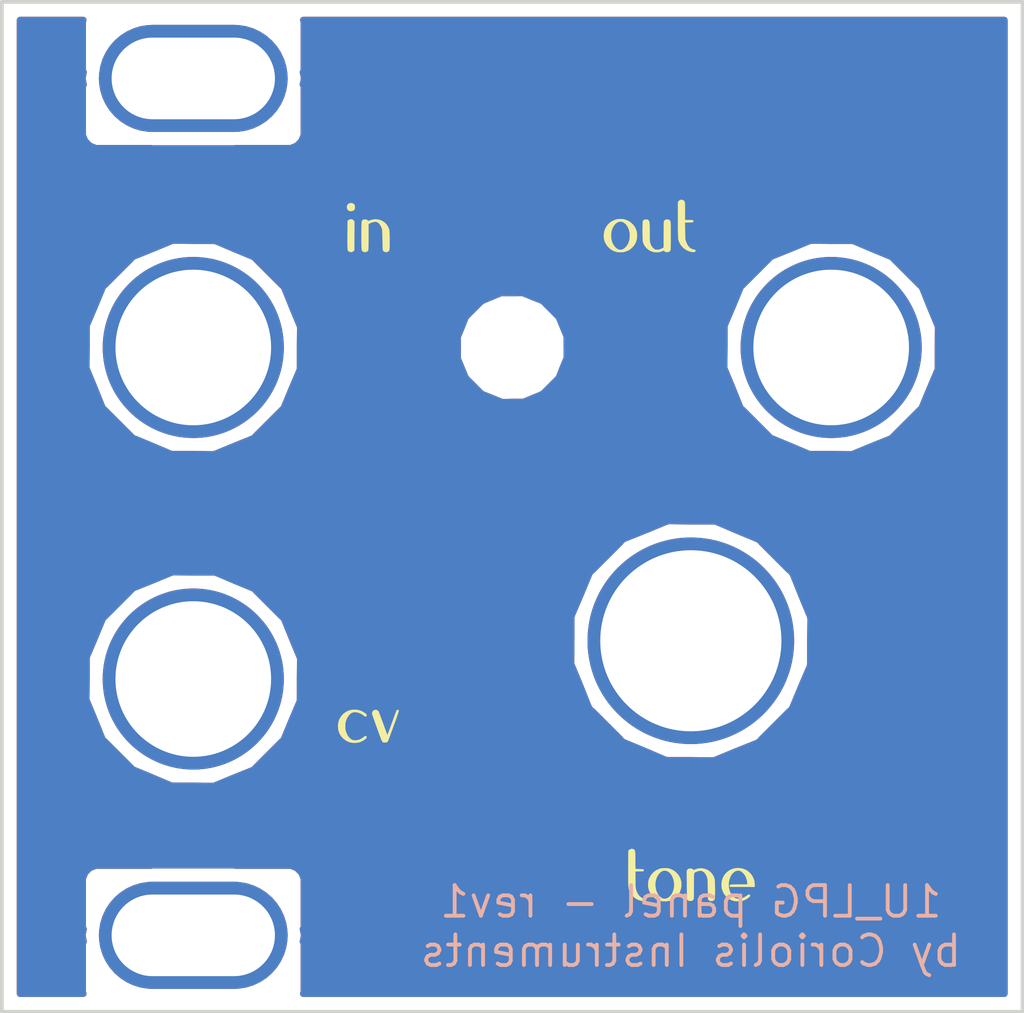
<source format=kicad_pcb>
(kicad_pcb (version 20171130) (host pcbnew "(5.0.0)")

  (general
    (thickness 1.6)
    (drawings 5)
    (tracks 0)
    (zones 0)
    (modules 8)
    (nets 1)
  )

  (page A4)
  (layers
    (0 F.Cu signal)
    (31 B.Cu signal)
    (32 B.Adhes user hide)
    (33 F.Adhes user hide)
    (34 B.Paste user hide)
    (35 F.Paste user hide)
    (36 B.SilkS user)
    (37 F.SilkS user)
    (38 B.Mask user)
    (39 F.Mask user)
    (40 Dwgs.User user hide)
    (41 Cmts.User user hide)
    (42 Eco1.User user hide)
    (43 Eco2.User user hide)
    (44 Edge.Cuts user)
    (45 Margin user hide)
    (46 B.CrtYd user hide)
    (47 F.CrtYd user hide)
    (48 B.Fab user hide)
    (49 F.Fab user hide)
  )

  (setup
    (last_trace_width 0.25)
    (trace_clearance 0.2)
    (zone_clearance 0.508)
    (zone_45_only no)
    (trace_min 0.2)
    (segment_width 0.2)
    (edge_width 0.15)
    (via_size 0.8)
    (via_drill 0.4)
    (via_min_size 0.4)
    (via_min_drill 0.3)
    (uvia_size 0.3)
    (uvia_drill 0.1)
    (uvias_allowed no)
    (uvia_min_size 0.2)
    (uvia_min_drill 0.1)
    (pcb_text_width 0.3)
    (pcb_text_size 1.5 1.5)
    (mod_edge_width 0.15)
    (mod_text_size 1 1)
    (mod_text_width 0.15)
    (pad_size 1.524 1.524)
    (pad_drill 0.762)
    (pad_to_mask_clearance 0.2)
    (aux_axis_origin 0 0)
    (visible_elements 7FFFFFFF)
    (pcbplotparams
      (layerselection 0x010fc_ffffffff)
      (usegerberextensions false)
      (usegerberattributes false)
      (usegerberadvancedattributes false)
      (creategerberjobfile false)
      (excludeedgelayer true)
      (linewidth 0.100000)
      (plotframeref false)
      (viasonmask false)
      (mode 1)
      (useauxorigin false)
      (hpglpennumber 1)
      (hpglpenspeed 20)
      (hpglpendiameter 15.000000)
      (psnegative false)
      (psa4output false)
      (plotreference true)
      (plotvalue true)
      (plotinvisibletext false)
      (padsonsilk false)
      (subtractmaskfromsilk false)
      (outputformat 1)
      (mirror false)
      (drillshape 0)
      (scaleselection 1)
      (outputdirectory "gerbers/"))
  )

  (net 0 "")

  (net_class Default "Dit is de standaard class."
    (clearance 0.2)
    (trace_width 0.25)
    (via_dia 0.8)
    (via_drill 0.4)
    (uvia_dia 0.3)
    (uvia_drill 0.1)
  )

  (module Coriolis-KiCad:art_panel_1ulpg (layer F.Cu) (tedit 5B788F41) (tstamp 5BA2CDA7)
    (at 23.13 18.15)
    (fp_text reference G*** (at 0 0) (layer F.SilkS) hide
      (effects (font (size 1.524 1.524) (thickness 0.3)))
    )
    (fp_text value LOGO (at 0.75 0) (layer F.SilkS) hide
      (effects (font (size 1.524 1.524) (thickness 0.3)))
    )
    (fp_poly (pts (xy -3.782288 -16.393463) (xy -3.684792 -16.393056) (xy -3.604208 -16.392298) (xy -3.538408 -16.391122)
      (xy -3.485267 -16.389461) (xy -3.442656 -16.387251) (xy -3.40845 -16.384424) (xy -3.380521 -16.380915)
      (xy -3.357191 -16.37675) (xy -3.229045 -16.339784) (xy -3.10963 -16.28444) (xy -3.000514 -16.212256)
      (xy -2.903264 -16.124772) (xy -2.819448 -16.023527) (xy -2.750634 -15.910058) (xy -2.698389 -15.785907)
      (xy -2.675878 -15.707882) (xy -2.661571 -15.625481) (xy -2.654435 -15.531786) (xy -2.654577 -15.435365)
      (xy -2.662106 -15.344782) (xy -2.670631 -15.29485) (xy -2.708378 -15.168591) (xy -2.764781 -15.049186)
      (xy -2.837943 -14.93901) (xy -2.925964 -14.84044) (xy -3.026948 -14.755854) (xy -3.138994 -14.687628)
      (xy -3.166107 -14.67451) (xy -3.206438 -14.656205) (xy -3.242081 -14.641242) (xy -3.275775 -14.629241)
      (xy -3.310259 -14.619821) (xy -3.348271 -14.612603) (xy -3.392548 -14.607204) (xy -3.445831 -14.603247)
      (xy -3.510856 -14.600348) (xy -3.590362 -14.59813) (xy -3.687087 -14.596211) (xy -3.735917 -14.595361)
      (xy -4.101042 -14.589125) (xy -4.106333 -14.229292) (xy -4.107797 -14.132445) (xy -4.109153 -14.054434)
      (xy -4.110574 -13.992929) (xy -4.112233 -13.945602) (xy -4.114303 -13.910123) (xy -4.116954 -13.884163)
      (xy -4.12036 -13.865392) (xy -4.124693 -13.851483) (xy -4.130126 -13.840104) (xy -4.13584 -13.830518)
      (xy -4.166431 -13.79677) (xy -4.210129 -13.767122) (xy -4.258876 -13.745949) (xy -4.304614 -13.73763)
      (xy -4.306849 -13.737632) (xy -4.342864 -13.741753) (xy -4.381075 -13.751211) (xy -4.385149 -13.752605)
      (xy -4.440174 -13.782485) (xy -4.480654 -13.827739) (xy -4.492029 -13.84853) (xy -4.494612 -13.855724)
      (xy -4.496914 -13.86658) (xy -4.498952 -13.882261) (xy -4.50074 -13.903931) (xy -4.502295 -13.932751)
      (xy -4.503632 -13.969885) (xy -4.504768 -14.016496) (xy -4.505717 -14.073746) (xy -4.506496 -14.142798)
      (xy -4.50712 -14.224816) (xy -4.507605 -14.320961) (xy -4.507968 -14.432397) (xy -4.508222 -14.560287)
      (xy -4.508386 -14.705793) (xy -4.508473 -14.870078) (xy -4.5085 -15.054305) (xy -4.5085 -15.064669)
      (xy -4.508481 -15.166415) (xy -4.104475 -15.166415) (xy -4.104385 -15.070707) (xy -4.104145 -14.986499)
      (xy -4.103761 -14.915587) (xy -4.103239 -14.859766) (xy -4.102584 -14.820831) (xy -4.101802 -14.800579)
      (xy -4.10147 -14.798146) (xy -4.089501 -14.793551) (xy -4.059574 -14.789842) (xy -4.014879 -14.787004)
      (xy -3.958605 -14.785026) (xy -3.893944 -14.783892) (xy -3.824083 -14.78359) (xy -3.752214 -14.784105)
      (xy -3.681525 -14.785423) (xy -3.615207 -14.787532) (xy -3.556449 -14.790417) (xy -3.508442 -14.794065)
      (xy -3.474374 -14.798462) (xy -3.463737 -14.800886) (xy -3.383064 -14.835521) (xy -3.307032 -14.889267)
      (xy -3.237609 -14.960236) (xy -3.176761 -15.04654) (xy -3.143826 -15.107709) (xy -3.108767 -15.189646)
      (xy -3.084587 -15.269994) (xy -3.069395 -15.35647) (xy -3.062106 -15.441084) (xy -3.063052 -15.566716)
      (xy -3.079434 -15.687134) (xy -3.110234 -15.800192) (xy -3.154436 -15.903742) (xy -3.211023 -15.995637)
      (xy -3.278978 -16.073728) (xy -3.357284 -16.135869) (xy -3.403528 -16.162043) (xy -3.476107 -16.197792)
      (xy -4.101042 -16.197792) (xy -4.103784 -15.504584) (xy -4.10418 -15.385149) (xy -4.104408 -15.271827)
      (xy -4.104475 -15.166415) (xy -4.508481 -15.166415) (xy -4.508464 -15.252932) (xy -4.508346 -15.421128)
      (xy -4.508134 -15.570353) (xy -4.507814 -15.701707) (xy -4.507373 -15.816288) (xy -4.506798 -15.915195)
      (xy -4.506076 -15.999525) (xy -4.505193 -16.070378) (xy -4.504137 -16.128851) (xy -4.502894 -16.176043)
      (xy -4.501451 -16.213052) (xy -4.499795 -16.240978) (xy -4.497913 -16.260917) (xy -4.495791 -16.273969)
      (xy -4.493929 -16.280153) (xy -4.467456 -16.322004) (xy -4.429183 -16.358904) (xy -4.388749 -16.382327)
      (xy -4.369387 -16.385438) (xy -4.329365 -16.388065) (xy -4.269184 -16.390196) (xy -4.189345 -16.391819)
      (xy -4.090349 -16.392924) (xy -3.972697 -16.393498) (xy -3.898823 -16.393584) (xy -3.782288 -16.393463)) (layer F.Mask) (width 0.01))
    (fp_poly (pts (xy -6.011891 -16.387824) (xy -5.955414 -16.366788) (xy -5.91107 -16.328446) (xy -5.879445 -16.274474)
      (xy -5.876853 -16.266383) (xy -5.874547 -16.254438) (xy -5.87251 -16.237459) (xy -5.870726 -16.214266)
      (xy -5.869178 -16.183678) (xy -5.867852 -16.144515) (xy -5.86673 -16.095597) (xy -5.865797 -16.035742)
      (xy -5.865036 -15.963771) (xy -5.86443 -15.878503) (xy -5.863965 -15.778758) (xy -5.863623 -15.663354)
      (xy -5.863389 -15.531113) (xy -5.863246 -15.380853) (xy -5.863178 -15.211393) (xy -5.863167 -15.087163)
      (xy -5.863167 -13.938812) (xy -5.322476 -13.935885) (xy -4.781786 -13.932959) (xy -4.76156 -13.907974)
      (xy -4.745585 -13.873748) (xy -4.741402 -13.831422) (xy -4.749011 -13.790473) (xy -4.761561 -13.767444)
      (xy -4.781789 -13.742459) (xy -5.44154 -13.740156) (xy -5.581029 -13.739744) (xy -5.700861 -13.739571)
      (xy -5.802545 -13.739664) (xy -5.88759 -13.740049) (xy -5.957504 -13.740754) (xy -6.013798 -13.741804)
      (xy -6.057979 -13.743226) (xy -6.091556 -13.745047) (xy -6.116039 -13.747292) (xy -6.132936 -13.74999)
      (xy -6.141983 -13.752483) (xy -6.198471 -13.783726) (xy -6.242787 -13.831419) (xy -6.25311 -13.848292)
      (xy -6.255839 -13.854536) (xy -6.258272 -13.863596) (xy -6.260425 -13.876644) (xy -6.262315 -13.894852)
      (xy -6.263958 -13.919394) (xy -6.265373 -13.951441) (xy -6.266574 -13.992166) (xy -6.267581 -14.042742)
      (xy -6.268409 -14.10434) (xy -6.269075 -14.178135) (xy -6.269596 -14.265296) (xy -6.269989 -14.366999)
      (xy -6.27027 -14.484414) (xy -6.270458 -14.618714) (xy -6.270568 -14.771072) (xy -6.270617 -14.942661)
      (xy -6.270625 -15.065375) (xy -6.270625 -16.250709) (xy -6.246249 -16.293224) (xy -6.208519 -16.342256)
      (xy -6.160413 -16.374) (xy -6.099523 -16.389885) (xy -6.080644 -16.391636) (xy -6.011891 -16.387824)) (layer F.Mask) (width 0.01))
    (fp_poly (pts (xy -1.003097 -16.431126) (xy -0.920772 -16.426092) (xy -0.848598 -16.418303) (xy -0.800902 -16.409891)
      (xy -0.647443 -16.365259) (xy -0.496505 -16.30213) (xy -0.353296 -16.223) (xy -0.230141 -16.136073)
      (xy -0.206854 -16.106351) (xy -0.196293 -16.068765) (xy -0.198116 -16.029678) (xy -0.211984 -15.995454)
      (xy -0.237556 -15.972457) (xy -0.238929 -15.97181) (xy -0.269469 -15.961674) (xy -0.299314 -15.961576)
      (xy -0.332884 -15.972744) (xy -0.374601 -15.996409) (xy -0.40774 -16.018768) (xy -0.524784 -16.092784)
      (xy -0.642813 -16.150527) (xy -0.766415 -16.193643) (xy -0.900182 -16.223777) (xy -1.026583 -16.240536)
      (xy -1.132598 -16.241245) (xy -1.243707 -16.224339) (xy -1.355368 -16.191049) (xy -1.463038 -16.142605)
      (xy -1.526394 -16.10511) (xy -1.640402 -16.01816) (xy -1.741168 -15.916291) (xy -1.828256 -15.801438)
      (xy -1.901226 -15.675536) (xy -1.959641 -15.54052) (xy -2.003063 -15.398328) (xy -2.031054 -15.250893)
      (xy -2.043178 -15.100152) (xy -2.038994 -14.94804) (xy -2.018067 -14.796492) (xy -1.979957 -14.647444)
      (xy -1.924228 -14.502831) (xy -1.900131 -14.45294) (xy -1.826135 -14.327819) (xy -1.738822 -14.214986)
      (xy -1.64017 -14.116255) (xy -1.532161 -14.033441) (xy -1.416772 -13.968358) (xy -1.335552 -13.935311)
      (xy -1.224756 -13.907418) (xy -1.104035 -13.895885) (xy -0.976542 -13.900429) (xy -0.845428 -13.920765)
      (xy -0.713847 -13.956611) (xy -0.598222 -14.001632) (xy -0.529963 -14.032258) (xy -0.526919 -14.52765)
      (xy -0.526179 -14.643066) (xy -0.525445 -14.73924) (xy -0.524626 -14.818094) (xy -0.523633 -14.881553)
      (xy -0.522377 -14.931541) (xy -0.520768 -14.96998) (xy -0.518716 -14.998796) (xy -0.516132 -15.019911)
      (xy -0.512927 -15.035249) (xy -0.50901 -15.046735) (xy -0.504293 -15.056291) (xy -0.502136 -15.060048)
      (xy -0.46312 -15.107124) (xy -0.412498 -15.139944) (xy -0.354726 -15.157927) (xy -0.294259 -15.160495)
      (xy -0.235552 -15.147069) (xy -0.18306 -15.11707) (xy -0.167914 -15.103488) (xy -0.142246 -15.07162)
      (xy -0.122498 -15.036229) (xy -0.117638 -15.022804) (xy -0.114239 -14.999049) (xy -0.111404 -14.954562)
      (xy -0.109144 -14.889769) (xy -0.107469 -14.805096) (xy -0.106389 -14.700971) (xy -0.105915 -14.57782)
      (xy -0.105893 -14.54536) (xy -0.105833 -14.110011) (xy -0.177227 -14.043226) (xy -0.296095 -13.946198)
      (xy -0.428369 -13.863938) (xy -0.571572 -13.797221) (xy -0.723227 -13.746823) (xy -0.880856 -13.713522)
      (xy -1.041981 -13.698094) (xy -1.204125 -13.701316) (xy -1.252974 -13.706078) (xy -1.418434 -13.735387)
      (xy -1.575271 -13.783125) (xy -1.722541 -13.847997) (xy -1.859302 -13.928708) (xy -1.984609 -14.023961)
      (xy -2.097519 -14.132463) (xy -2.197089 -14.252917) (xy -2.282375 -14.384028) (xy -2.352434 -14.524502)
      (xy -2.406321 -14.673042) (xy -2.443095 -14.828353) (xy -2.46181 -14.98914) (xy -2.461524 -15.154108)
      (xy -2.441294 -15.321962) (xy -2.438995 -15.334373) (xy -2.409194 -15.454257) (xy -2.365266 -15.578709)
      (xy -2.315047 -15.689792) (xy -2.230278 -15.834853) (xy -2.12946 -15.966939) (xy -2.014035 -16.084996)
      (xy -1.885443 -16.187971) (xy -1.745129 -16.274809) (xy -1.594532 -16.344456) (xy -1.435095 -16.395857)
      (xy -1.31484 -16.421107) (xy -1.251443 -16.428395) (xy -1.174385 -16.432407) (xy -1.089619 -16.433274)
      (xy -1.003097 -16.431126)) (layer F.Mask) (width 0.01))
    (fp_poly (pts (xy 14.230266 -16.674466) (xy 14.264803 -16.662851) (xy 14.313554 -16.64154) (xy 14.378343 -16.609808)
      (xy 14.38275 -16.607572) (xy 14.563326 -16.511912) (xy 14.730155 -16.4156) (xy 14.882246 -16.319371)
      (xy 15.018604 -16.223958) (xy 15.138239 -16.130094) (xy 15.240157 -16.038513) (xy 15.323366 -15.949948)
      (xy 15.386505 -15.865705) (xy 15.428086 -15.795132) (xy 15.455602 -15.731715) (xy 15.471177 -15.66897)
      (xy 15.476933 -15.600418) (xy 15.477081 -15.58925) (xy 15.476377 -15.541049) (xy 15.47258 -15.506044)
      (xy 15.46414 -15.476319) (xy 15.449507 -15.443959) (xy 15.448055 -15.441084) (xy 15.398514 -15.36602)
      (xy 15.329461 -15.297773) (xy 15.240766 -15.236267) (xy 15.132297 -15.181422) (xy 15.003922 -15.133162)
      (xy 14.857899 -15.09199) (xy 14.774531 -15.073086) (xy 14.678205 -15.054029) (xy 14.5664 -15.034354)
      (xy 14.436593 -15.013599) (xy 14.403917 -15.008623) (xy 14.356292 -15.001429) (xy 14.349528 -14.827027)
      (xy 14.34777 -14.77848) (xy 14.345551 -14.712049) (xy 14.34297 -14.63101) (xy 14.340127 -14.53864)
      (xy 14.337124 -14.438213) (xy 14.334059 -14.333006) (xy 14.331033 -14.226295) (xy 14.329648 -14.176375)
      (xy 14.326195 -14.052104) (xy 14.323144 -13.947317) (xy 14.320343 -13.860338) (xy 14.317637 -13.789492)
      (xy 14.314872 -13.733104) (xy 14.311894 -13.689499) (xy 14.308549 -13.657001) (xy 14.304682 -13.633934)
      (xy 14.300141 -13.618624) (xy 14.294771 -13.609394) (xy 14.288417 -13.60457) (xy 14.280926 -13.602476)
      (xy 14.276839 -13.601944) (xy 14.257942 -13.60584) (xy 14.221811 -13.619328) (xy 14.169775 -13.641832)
      (xy 14.103163 -13.672776) (xy 14.023305 -13.711582) (xy 14.017625 -13.714394) (xy 13.867205 -13.791114)
      (xy 13.734667 -13.863602) (xy 13.617555 -13.933484) (xy 13.513412 -14.002385) (xy 13.419779 -14.071931)
      (xy 13.3342 -14.143748) (xy 13.254218 -14.219461) (xy 13.254193 -14.219487) (xy 13.207847 -14.26754)
      (xy 13.173253 -14.307965) (xy 13.145931 -14.346724) (xy 13.121403 -14.389776) (xy 13.111318 -14.409642)
      (xy 13.089757 -14.454347) (xy 13.076207 -14.487693) (xy 13.068819 -14.517051) (xy 13.065742 -14.549791)
      (xy 13.065459 -14.569742) (xy 13.235607 -14.569742) (xy 13.250137 -14.511836) (xy 13.282948 -14.448024)
      (xy 13.33431 -14.377249) (xy 13.404495 -14.298456) (xy 13.407477 -14.295351) (xy 13.483516 -14.220235)
      (xy 13.562891 -14.15006) (xy 13.65029 -14.081006) (xy 13.750402 -14.009258) (xy 13.800667 -13.975197)
      (xy 13.847614 -13.944497) (xy 13.901408 -13.910386) (xy 13.959025 -13.874665) (xy 14.017443 -13.839134)
      (xy 14.073639 -13.805595) (xy 14.12459 -13.775848) (xy 14.167273 -13.751695) (xy 14.198665 -13.734935)
      (xy 14.215743 -13.72737) (xy 14.217071 -13.727124) (xy 14.219778 -13.736881) (xy 14.221256 -13.764108)
      (xy 14.221452 -13.805141) (xy 14.220314 -13.856317) (xy 14.219309 -13.882688) (xy 14.216031 -13.963647)
      (xy 14.212637 -14.055947) (xy 14.20922 -14.156262) (xy 14.205874 -14.261268) (xy 14.202692 -14.367638)
      (xy 14.199769 -14.472047) (xy 14.197198 -14.57117) (xy 14.195073 -14.661681) (xy 14.193488 -14.740255)
      (xy 14.192538 -14.803566) (xy 14.192297 -14.839855) (xy 14.191595 -14.891022) (xy 14.189714 -14.93414)
      (xy 14.186929 -14.965004) (xy 14.183517 -14.979412) (xy 14.183079 -14.979836) (xy 14.169976 -14.980208)
      (xy 14.139769 -14.977547) (xy 14.096234 -14.97229) (xy 14.043149 -14.964874) (xy 14.008543 -14.959612)
      (xy 13.842051 -14.930101) (xy 13.695156 -14.896802) (xy 13.56811 -14.8598) (xy 13.461164 -14.819183)
      (xy 13.37457 -14.775034) (xy 13.30858 -14.72744) (xy 13.298992 -14.718593) (xy 13.260305 -14.672064)
      (xy 13.239087 -14.622799) (xy 13.235607 -14.569742) (xy 13.065459 -14.569742) (xy 13.065125 -14.593282)
      (xy 13.065125 -14.593619) (xy 13.06629 -14.6438) (xy 13.070824 -14.681179) (xy 13.080282 -14.714042)
      (xy 13.093575 -14.745079) (xy 13.137412 -14.815565) (xy 13.2004 -14.880591) (xy 13.282726 -14.940239)
      (xy 13.38458 -14.994587) (xy 13.50615 -15.043714) (xy 13.647625 -15.087701) (xy 13.809195 -15.126627)
      (xy 13.991048 -15.160571) (xy 14.130748 -15.181442) (xy 14.180371 -15.188187) (xy 14.179758 -15.416482)
      (xy 14.360468 -15.416482) (xy 14.360475 -15.345244) (xy 14.361068 -15.29028) (xy 14.362258 -15.25037)
      (xy 14.364054 -15.224291) (xy 14.366468 -15.210822) (xy 14.368501 -15.208242) (xy 14.382741 -15.209934)
      (xy 14.413904 -15.214589) (xy 14.458053 -15.221592) (xy 14.511249 -15.230324) (xy 14.540676 -15.235257)
      (xy 14.68596 -15.263141) (xy 14.818354 -15.29536) (xy 14.936629 -15.3314) (xy 15.039556 -15.370752)
      (xy 15.125907 -15.412904) (xy 15.194453 -15.457343) (xy 15.243965 -15.50356) (xy 15.267143 -15.537659)
      (xy 15.281028 -15.5822) (xy 15.278157 -15.631101) (xy 15.258039 -15.685483) (xy 15.220184 -15.746469)
      (xy 15.1641 -15.815179) (xy 15.12932 -15.85252) (xy 15.038595 -15.939932) (xy 14.935793 -16.026133)
      (xy 14.818901 -16.112592) (xy 14.685905 -16.20078) (xy 14.534792 -16.292167) (xy 14.499167 -16.312705)
      (xy 14.377458 -16.382312) (xy 14.374436 -16.327094) (xy 14.37369 -16.305701) (xy 14.372705 -16.265428)
      (xy 14.371521 -16.208559) (xy 14.37018 -16.13738) (xy 14.368723 -16.054174) (xy 14.367192 -15.961227)
      (xy 14.365627 -15.860824) (xy 14.36407 -15.755247) (xy 14.363853 -15.740055) (xy 14.362167 -15.612666)
      (xy 14.361035 -15.505215) (xy 14.360468 -15.416482) (xy 14.179758 -15.416482) (xy 14.178373 -15.931114)
      (xy 14.176375 -16.674042) (xy 14.208125 -16.67711) (xy 14.230266 -16.674466)) (layer F.Mask) (width 0.01))
    (fp_poly (pts (xy -9.403852 -10.257442) (xy -9.352735 -10.231969) (xy -9.336702 -10.218757) (xy -9.315483 -10.197436)
      (xy -9.303535 -10.177589) (xy -9.297666 -10.151381) (xy -9.294967 -10.116373) (xy -9.295512 -10.063309)
      (xy -9.30547 -10.024519) (xy -9.3272 -9.99432) (xy -9.35474 -9.972464) (xy -9.398602 -9.953874)
      (xy -9.451178 -9.947559) (xy -9.503855 -9.953641) (xy -9.544158 -9.969772) (xy -9.580057 -10.003538)
      (xy -9.601852 -10.050574) (xy -9.607939 -10.10707) (xy -9.607108 -10.119409) (xy -9.595192 -10.17321)
      (xy -9.569576 -10.212792) (xy -9.527529 -10.242043) (xy -9.517623 -10.24668) (xy -9.459326 -10.262424)
      (xy -9.403852 -10.257442)) (layer F.SilkS) (width 0.01))
    (fp_poly (pts (xy 3.515961 -10.391022) (xy 3.547717 -10.381924) (xy 3.593075 -10.356311) (xy 3.616509 -10.330415)
      (xy 3.623102 -10.320145) (xy 3.628371 -10.309512) (xy 3.632464 -10.29616) (xy 3.63553 -10.277732)
      (xy 3.637718 -10.251874) (xy 3.639175 -10.216228) (xy 3.64005 -10.168441) (xy 3.640492 -10.106155)
      (xy 3.640648 -10.027015) (xy 3.640667 -9.946769) (xy 3.640667 -9.599084) (xy 3.792008 -9.599084)
      (xy 3.857288 -9.59859) (xy 3.904334 -9.596583) (xy 3.936068 -9.592277) (xy 3.955408 -9.584885)
      (xy 3.965277 -9.573619) (xy 3.968595 -9.557692) (xy 3.96875 -9.551459) (xy 3.96693 -9.533909)
      (xy 3.959529 -9.521249) (xy 3.943632 -9.512697) (xy 3.916324 -9.507473) (xy 3.874691 -9.504795)
      (xy 3.815819 -9.503881) (xy 3.791101 -9.503834) (xy 3.638852 -9.503834) (xy 3.642766 -9.173105)
      (xy 3.643896 -9.080689) (xy 3.645004 -9.006696) (xy 3.64631 -8.948382) (xy 3.648032 -8.903003)
      (xy 3.650389 -8.867817) (xy 3.653601 -8.840079) (xy 3.657887 -8.817048) (xy 3.663465 -8.795978)
      (xy 3.670555 -8.774129) (xy 3.675847 -8.758871) (xy 3.718627 -8.657567) (xy 3.769565 -8.574844)
      (xy 3.828316 -8.511052) (xy 3.894538 -8.466543) (xy 3.967887 -8.441666) (xy 3.98971 -8.438261)
      (xy 4.022441 -8.43291) (xy 4.040021 -8.424685) (xy 4.048464 -8.410294) (xy 4.049857 -8.405326)
      (xy 4.050274 -8.374463) (xy 4.033211 -8.353946) (xy 3.998354 -8.34367) (xy 3.945389 -8.343531)
      (xy 3.886735 -8.351163) (xy 3.785754 -8.378772) (xy 3.689122 -8.425085) (xy 3.60006 -8.487669)
      (xy 3.521792 -8.564088) (xy 3.457541 -8.651912) (xy 3.435304 -8.692021) (xy 3.422174 -8.718414)
      (xy 3.410813 -8.74297) (xy 3.401093 -8.767373) (xy 3.392885 -8.793308) (xy 3.386061 -8.822462)
      (xy 3.380492 -8.856519) (xy 3.37605 -8.897164) (xy 3.372607 -8.946084) (xy 3.370033 -9.004963)
      (xy 3.368202 -9.075486) (xy 3.366983 -9.15934) (xy 3.366248 -9.258209) (xy 3.36587 -9.373779)
      (xy 3.36572 -9.507734) (xy 3.365684 -9.605456) (xy 3.3655 -10.294454) (xy 3.389657 -10.330415)
      (xy 3.425449 -10.365564) (xy 3.458449 -10.381924) (xy 3.490372 -10.391051) (xy 3.515961 -10.391022)) (layer F.SilkS) (width 0.01))
    (fp_poly (pts (xy -8.396978 -9.618758) (xy -8.300509 -9.594238) (xy -8.210684 -9.55325) (xy -8.129684 -9.496857)
      (xy -8.059694 -9.426125) (xy -8.002897 -9.342116) (xy -7.961476 -9.245894) (xy -7.952875 -9.216698)
      (xy -7.948499 -9.195275) (xy -7.944983 -9.165914) (xy -7.942253 -9.126504) (xy -7.940231 -9.074932)
      (xy -7.938841 -9.009087) (xy -7.938006 -8.926857) (xy -7.93765 -8.826129) (xy -7.937626 -8.796383)
      (xy -7.937683 -8.697706) (xy -7.937999 -8.617955) (xy -7.938674 -8.554893) (xy -7.939812 -8.506281)
      (xy -7.941513 -8.469878) (xy -7.94388 -8.443448) (xy -7.947014 -8.42475) (xy -7.951017 -8.411546)
      (xy -7.955556 -8.402325) (xy -7.987283 -8.367904) (xy -8.030389 -8.346985) (xy -8.078951 -8.340876)
      (xy -8.127047 -8.350884) (xy -8.145846 -8.360307) (xy -8.161086 -8.369881) (xy -8.173581 -8.37962)
      (xy -8.183637 -8.391623) (xy -8.19156 -8.40799) (xy -8.197656 -8.430822) (xy -8.20223 -8.462218)
      (xy -8.205588 -8.504278) (xy -8.208037 -8.559101) (xy -8.209882 -8.628789) (xy -8.211429 -8.71544)
      (xy -8.212984 -8.821154) (xy -8.212984 -8.821209) (xy -8.214488 -8.922995) (xy -8.215899 -9.006014)
      (xy -8.217375 -9.072665) (xy -8.219076 -9.125347) (xy -8.221161 -9.166458) (xy -8.22379 -9.198397)
      (xy -8.227122 -9.223563) (xy -8.231317 -9.244354) (xy -8.236532 -9.263169) (xy -8.242929 -9.282406)
      (xy -8.243778 -9.28484) (xy -8.277991 -9.362345) (xy -8.321983 -9.430259) (xy -8.372379 -9.483693)
      (xy -8.390945 -9.498096) (xy -8.418748 -9.515872) (xy -8.443295 -9.525287) (xy -8.473253 -9.528593)
      (xy -8.50728 -9.528346) (xy -8.590099 -9.518353) (xy -8.668275 -9.491794) (xy -8.717674 -9.466004)
      (xy -8.763 -9.439442) (xy -8.763 -8.941425) (xy -8.763075 -8.823612) (xy -8.763339 -8.725108)
      (xy -8.76385 -8.644055) (xy -8.764666 -8.578594) (xy -8.765846 -8.526868) (xy -8.767447 -8.487018)
      (xy -8.769528 -8.457187) (xy -8.772146 -8.435518) (xy -8.775361 -8.420151) (xy -8.77923 -8.40923)
      (xy -8.779693 -8.40823) (xy -8.807384 -8.372663) (xy -8.847428 -8.349697) (xy -8.894217 -8.340728)
      (xy -8.942145 -8.347155) (xy -8.971507 -8.360405) (xy -8.985927 -8.369261) (xy -8.998103 -8.377973)
      (xy -9.008223 -8.388305) (xy -9.016478 -8.402021) (xy -9.023058 -8.420885) (xy -9.028152 -8.446661)
      (xy -9.031951 -8.481113) (xy -9.034644 -8.526004) (xy -9.036421 -8.583098) (xy -9.037472 -8.65416)
      (xy -9.037987 -8.740953) (xy -9.038155 -8.845241) (xy -9.038167 -8.968787) (xy -9.038167 -8.979773)
      (xy -9.038136 -9.106555) (xy -9.037923 -9.213896) (xy -9.037351 -9.303523) (xy -9.036243 -9.377164)
      (xy -9.034419 -9.436543) (xy -9.031703 -9.483388) (xy -9.027917 -9.519425) (xy -9.022882 -9.546381)
      (xy -9.01642 -9.565982) (xy -9.008355 -9.579954) (xy -8.998507 -9.590024) (xy -8.986699 -9.597919)
      (xy -8.973769 -9.60484) (xy -8.92984 -9.618074) (xy -8.880319 -9.618617) (xy -8.833291 -9.607365)
      (xy -8.796873 -9.585243) (xy -8.767714 -9.557307) (xy -8.704412 -9.582876) (xy -8.601113 -9.614141)
      (xy -8.497907 -9.625747) (xy -8.396978 -9.618758)) (layer F.SilkS) (width 0.01))
    (fp_poly (pts (xy -9.405748 -9.620462) (xy -9.362608 -9.596168) (xy -9.337046 -9.567641) (xy -9.312797 -9.531658)
      (xy -9.315711 -8.972902) (xy -9.318625 -8.414145) (xy -9.352038 -8.380739) (xy -9.394695 -8.351701)
      (xy -9.443586 -8.340297) (xy -9.49309 -8.347108) (xy -9.524846 -8.362854) (xy -9.551953 -8.385367)
      (xy -9.572358 -8.409352) (xy -9.575109 -8.414068) (xy -9.578195 -8.424744) (xy -9.580751 -8.444601)
      (xy -9.582802 -8.475089) (xy -9.584376 -8.517657) (xy -9.585499 -8.573755) (xy -9.586198 -8.644831)
      (xy -9.586499 -8.732336) (xy -9.586428 -8.837717) (xy -9.586013 -8.962425) (xy -9.585847 -8.999353)
      (xy -9.583208 -9.558498) (xy -9.549281 -9.588807) (xy -9.50372 -9.617244) (xy -9.45433 -9.627641)
      (xy -9.405748 -9.620462)) (layer F.SilkS) (width 0.01))
    (fp_poly (pts (xy 2.99713 -9.611636) (xy 3.036861 -9.589726) (xy 3.063696 -9.557097) (xy 3.067343 -9.547603)
      (xy 3.070407 -9.533261) (xy 3.072937 -9.512339) (xy 3.074981 -9.483106) (xy 3.076586 -9.44383)
      (xy 3.077803 -9.39278) (xy 3.078678 -9.328224) (xy 3.07926 -9.248431) (xy 3.079597 -9.151668)
      (xy 3.079738 -9.036205) (xy 3.07975 -8.981173) (xy 3.079548 -8.859098) (xy 3.078961 -8.748586)
      (xy 3.078014 -8.651065) (xy 3.076733 -8.567959) (xy 3.075143 -8.500696) (xy 3.07327 -8.4507)
      (xy 3.07114 -8.419399) (xy 3.06943 -8.409153) (xy 3.045311 -8.374062) (xy 3.00563 -8.351351)
      (xy 2.952739 -8.342123) (xy 2.927341 -8.34252) (xy 2.88903 -8.346598) (xy 2.864244 -8.35464)
      (xy 2.845368 -8.369554) (xy 2.839498 -8.376061) (xy 2.814105 -8.405581) (xy 2.753782 -8.378742)
      (xy 2.651743 -8.34461) (xy 2.546191 -8.33129) (xy 2.437835 -8.33885) (xy 2.406765 -8.344788)
      (xy 2.309643 -8.376436) (xy 2.220032 -8.426232) (xy 2.140532 -8.491733) (xy 2.073744 -8.570499)
      (xy 2.022267 -8.660088) (xy 1.995968 -8.730526) (xy 1.990966 -8.758178) (xy 1.986731 -8.802508)
      (xy 1.983266 -8.860577) (xy 1.980571 -8.929447) (xy 1.978648 -9.00618) (xy 1.977498 -9.087838)
      (xy 1.977122 -9.171483) (xy 1.977521 -9.254177) (xy 1.978697 -9.332981) (xy 1.980652 -9.404958)
      (xy 1.983385 -9.467169) (xy 1.9869 -9.516677) (xy 1.991196 -9.550543) (xy 1.995601 -9.565039)
      (xy 2.028586 -9.595593) (xy 2.072601 -9.61448) (xy 2.120934 -9.62062) (xy 2.166876 -9.612932)
      (xy 2.195897 -9.597307) (xy 2.21081 -9.58478) (xy 2.222942 -9.571525) (xy 2.232582 -9.55533)
      (xy 2.240016 -9.533983) (xy 2.245532 -9.505273) (xy 2.249416 -9.466989) (xy 2.251957 -9.416919)
      (xy 2.253441 -9.352853) (xy 2.254156 -9.272577) (xy 2.25439 -9.173882) (xy 2.254406 -9.146986)
      (xy 2.254677 -9.037912) (xy 2.255564 -8.947494) (xy 2.257338 -8.873222) (xy 2.260271 -8.81259)
      (xy 2.264631 -8.763087) (xy 2.27069 -8.722207) (xy 2.278717 -8.68744) (xy 2.288985 -8.656279)
      (xy 2.301762 -8.626215) (xy 2.313045 -8.603093) (xy 2.349429 -8.544307) (xy 2.393485 -8.493529)
      (xy 2.440623 -8.455487) (xy 2.471899 -8.439383) (xy 2.52568 -8.428516) (xy 2.589453 -8.431115)
      (xy 2.657771 -8.44616) (xy 2.725193 -8.472629) (xy 2.763757 -8.494077) (xy 2.803812 -8.519362)
      (xy 2.806843 -9.030119) (xy 2.807593 -9.148086) (xy 2.80837 -9.246728) (xy 2.809249 -9.327888)
      (xy 2.810303 -9.393405) (xy 2.811608 -9.445124) (xy 2.813236 -9.484884) (xy 2.815263 -9.514529)
      (xy 2.817763 -9.535899) (xy 2.82081 -9.550836) (xy 2.824478 -9.561183) (xy 2.828544 -9.568349)
      (xy 2.861139 -9.599336) (xy 2.903768 -9.616704) (xy 2.950932 -9.620716) (xy 2.99713 -9.611636)) (layer F.SilkS) (width 0.01))
    (fp_poly (pts (xy 1.168531 -9.633888) (xy 1.211951 -9.631114) (xy 1.248794 -9.625251) (xy 1.286347 -9.615209)
      (xy 1.323384 -9.60288) (xy 1.424637 -9.559288) (xy 1.511882 -9.503019) (xy 1.590022 -9.430907)
      (xy 1.590529 -9.43036) (xy 1.64061 -9.3713) (xy 1.679004 -9.312983) (xy 1.710427 -9.24739)
      (xy 1.731619 -9.190463) (xy 1.74595 -9.144214) (xy 1.754784 -9.102267) (xy 1.759389 -9.056233)
      (xy 1.761034 -8.99772) (xy 1.76105 -8.995834) (xy 1.758921 -8.913139) (xy 1.749944 -8.843)
      (xy 1.732413 -8.777443) (xy 1.704624 -8.708493) (xy 1.695456 -8.688917) (xy 1.649986 -8.613055)
      (xy 1.589087 -8.539165) (xy 1.518176 -8.472668) (xy 1.442669 -8.418983) (xy 1.405726 -8.39904)
      (xy 1.293062 -8.356503) (xy 1.176276 -8.334597) (xy 1.056602 -8.333473) (xy 0.970781 -8.34533)
      (xy 0.867202 -8.376412) (xy 0.770101 -8.425921) (xy 0.6819 -8.491509) (xy 0.605015 -8.570828)
      (xy 0.541867 -8.661531) (xy 0.494874 -8.761271) (xy 0.474942 -8.8265) (xy 0.468645 -8.863562)
      (xy 0.463844 -8.913339) (xy 0.461883 -8.954296) (xy 0.74196 -8.954296) (xy 0.753312 -8.849133)
      (xy 0.778522 -8.748137) (xy 0.817502 -8.654507) (xy 0.870164 -8.571446) (xy 0.921029 -8.515732)
      (xy 0.977359 -8.470311) (xy 1.027792 -8.443546) (xy 1.034896 -8.441157) (xy 1.077911 -8.429551)
      (xy 1.11175 -8.426085) (xy 1.146607 -8.430716) (xy 1.183176 -8.440549) (xy 1.227763 -8.459503)
      (xy 1.27387 -8.491593) (xy 1.30161 -8.515861) (xy 1.365444 -8.588861) (xy 1.41544 -8.674807)
      (xy 1.451507 -8.770552) (xy 1.473551 -8.872945) (xy 1.481481 -8.978837) (xy 1.475205 -9.085081)
      (xy 1.45463 -9.188525) (xy 1.419665 -9.286021) (xy 1.370216 -9.374421) (xy 1.328306 -9.42769)
      (xy 1.264812 -9.485681) (xy 1.198682 -9.522825) (xy 1.130989 -9.539115) (xy 1.062806 -9.534545)
      (xy 0.995204 -9.509106) (xy 0.929258 -9.462792) (xy 0.896105 -9.430595) (xy 0.836865 -9.352606)
      (xy 0.791917 -9.262781) (xy 0.761175 -9.16432) (xy 0.744552 -9.060425) (xy 0.74196 -8.954296)
      (xy 0.461883 -8.954296) (xy 0.461255 -8.967395) (xy 0.461003 -8.990542) (xy 0.470148 -9.107574)
      (xy 0.497435 -9.214418) (xy 0.543565 -9.312878) (xy 0.609235 -9.404756) (xy 0.631324 -9.429661)
      (xy 0.709087 -9.501785) (xy 0.795595 -9.558135) (xy 0.895971 -9.602032) (xy 0.899116 -9.603144)
      (xy 0.942286 -9.6175) (xy 0.97839 -9.626761) (xy 1.014613 -9.631995) (xy 1.05814 -9.63427)
      (xy 1.11125 -9.634667) (xy 1.168531 -9.633888)) (layer F.SilkS) (width 0.01))
    (fp_poly (pts (xy -7.624396 9.610624) (xy -7.61744 9.611635) (xy -7.593046 9.61686) (xy -7.582562 9.630545)
      (xy -7.579811 9.647087) (xy -7.582809 9.66581) (xy -7.593509 9.704048) (xy -7.61185 9.761626)
      (xy -7.637774 9.838367) (xy -7.671219 9.934094) (xy -7.712126 10.04863) (xy -7.760436 10.181799)
      (xy -7.768076 10.202712) (xy -7.814956 10.330947) (xy -7.855123 10.440792) (xy -7.889159 10.533725)
      (xy -7.917646 10.611227) (xy -7.941168 10.674777) (xy -7.960306 10.725853) (xy -7.975643 10.765936)
      (xy -7.987761 10.796504) (xy -7.997243 10.819036) (xy -8.004671 10.835013) (xy -8.010627 10.845913)
      (xy -8.015694 10.853216) (xy -8.020454 10.8584) (xy -8.025489 10.862946) (xy -8.029378 10.866437)
      (xy -8.059174 10.882326) (xy -8.100456 10.890358) (xy -8.144929 10.890208) (xy -8.184298 10.88155)
      (xy -8.200634 10.87314) (xy -8.220151 10.852626) (xy -8.239063 10.822296) (xy -8.243758 10.812286)
      (xy -8.254214 10.786283) (xy -8.270353 10.74414) (xy -8.291334 10.688193) (xy -8.316313 10.620779)
      (xy -8.344447 10.544233) (xy -8.374893 10.460893) (xy -8.406809 10.373094) (xy -8.439351 10.283173)
      (xy -8.471677 10.193467) (xy -8.502943 10.106312) (xy -8.532306 10.024043) (xy -8.558924 9.948998)
      (xy -8.581953 9.883513) (xy -8.600551 9.829923) (xy -8.613875 9.790567) (xy -8.62108 9.767779)
      (xy -8.622072 9.763762) (xy -8.619868 9.716539) (xy -8.600416 9.673047) (xy -8.56762 9.637822)
      (xy -8.525385 9.615398) (xy -8.489433 9.609706) (xy -8.44036 9.617994) (xy -8.397999 9.640629)
      (xy -8.368769 9.6741) (xy -8.367576 9.67637) (xy -8.36042 9.693251) (xy -8.346905 9.727824)
      (xy -8.32786 9.777871) (xy -8.304114 9.841173) (xy -8.276495 9.915513) (xy -8.245833 9.998674)
      (xy -8.212956 10.088439) (xy -8.190741 10.149416) (xy -8.157312 10.241096) (xy -8.125939 10.326624)
      (xy -8.097388 10.403946) (xy -8.072425 10.471013) (xy -8.051816 10.525771) (xy -8.036328 10.566169)
      (xy -8.026727 10.590155) (xy -8.023914 10.596087) (xy -8.018976 10.588014) (xy -8.007668 10.561944)
      (xy -7.990733 10.519815) (xy -7.968917 10.463566) (xy -7.942962 10.395135) (xy -7.913613 10.316461)
      (xy -7.881613 10.229482) (xy -7.853291 10.151587) (xy -7.810636 10.033565) (xy -7.774604 9.933884)
      (xy -7.744528 9.851016) (xy -7.71974 9.783431) (xy -7.699572 9.729601) (xy -7.683356 9.687997)
      (xy -7.670424 9.657088) (xy -7.660108 9.635347) (xy -7.651741 9.621243) (xy -7.644654 9.613248)
      (xy -7.63818 9.609833) (xy -7.63165 9.609468) (xy -7.624396 9.610624)) (layer F.SilkS) (width 0.01))
    (fp_poly (pts (xy -9.171688 9.61487) (xy -9.066195 9.646467) (xy -8.964724 9.696414) (xy -8.891423 9.747122)
      (xy -8.861545 9.771825) (xy -8.845251 9.789866) (xy -8.838946 9.806945) (xy -8.839033 9.828759)
      (xy -8.839133 9.829988) (xy -8.84628 9.859534) (xy -8.862176 9.872315) (xy -8.887972 9.868314)
      (xy -8.924817 9.847515) (xy -8.950817 9.828437) (xy -9.032752 9.773499) (xy -9.117353 9.732759)
      (xy -9.201635 9.706908) (xy -9.282612 9.696636) (xy -9.357299 9.702637) (xy -9.413875 9.721175)
      (xy -9.471307 9.758537) (xy -9.526223 9.813474) (xy -9.576144 9.882399) (xy -9.618586 9.96172)
      (xy -9.651068 10.047847) (xy -9.658718 10.075333) (xy -9.669899 10.139631) (xy -9.675194 10.216198)
      (xy -9.67461 10.296972) (xy -9.668153 10.373891) (xy -9.658393 10.428811) (xy -9.629227 10.520097)
      (xy -9.587955 10.60448) (xy -9.537012 10.678419) (xy -9.478835 10.738373) (xy -9.416539 10.780456)
      (xy -9.353877 10.801219) (xy -9.281343 10.806991) (xy -9.203049 10.798675) (xy -9.123104 10.777172)
      (xy -9.045619 10.743382) (xy -8.974705 10.698208) (xy -8.950323 10.678233) (xy -8.9169 10.651814)
      (xy -8.891237 10.639509) (xy -8.87168 10.638173) (xy -8.850233 10.644565) (xy -8.841004 10.66165)
      (xy -8.839163 10.674539) (xy -8.839825 10.695314) (xy -8.848738 10.714097) (xy -8.869379 10.736574)
      (xy -8.886788 10.752392) (xy -8.944433 10.795309) (xy -9.01452 10.835394) (xy -9.088392 10.868125)
      (xy -9.140938 10.885094) (xy -9.190536 10.893742) (xy -9.253482 10.898607) (xy -9.322472 10.899707)
      (xy -9.390202 10.897061) (xy -9.449364 10.890688) (xy -9.480988 10.884231) (xy -9.570783 10.850824)
      (xy -9.659184 10.800905) (xy -9.741587 10.738125) (xy -9.813387 10.666135) (xy -9.869981 10.588584)
      (xy -9.882938 10.565489) (xy -9.926185 10.460841) (xy -9.951289 10.349785) (xy -9.958172 10.236041)
      (xy -9.946755 10.123328) (xy -9.91696 10.015362) (xy -9.895543 9.965141) (xy -9.837338 9.8672)
      (xy -9.765497 9.783774) (xy -9.682226 9.715342) (xy -9.589733 9.662384) (xy -9.490226 9.625378)
      (xy -9.385911 9.604804) (xy -9.278996 9.601142) (xy -9.171688 9.61487)) (layer F.SilkS) (width 0.01))
    (fp_poly (pts (xy -2.973133 -6.85702) (xy -2.889665 -6.851765) (xy -2.852208 -6.84783) (xy -2.640821 -6.810993)
      (xy -2.434231 -6.754395) (xy -2.234162 -6.678898) (xy -2.042339 -6.585364) (xy -1.860485 -6.474654)
      (xy -1.690324 -6.34763) (xy -1.533582 -6.205153) (xy -1.502483 -6.1733) (xy -1.35936 -6.008632)
      (xy -1.233655 -5.832595) (xy -1.125992 -5.646337) (xy -1.036997 -5.451002) (xy -0.967293 -5.24774)
      (xy -0.938625 -5.138209) (xy -0.927222 -5.087681) (xy -0.917552 -5.039734) (xy -0.908799 -4.989406)
      (xy -0.900151 -4.931735) (xy -0.890795 -4.86176) (xy -0.88266 -4.796896) (xy -0.87712 -4.751917)
      (xy 9.525 -4.751917) (xy 9.525 -4.476782) (xy 6.019271 -4.47412) (xy 2.513542 -4.471459)
      (xy 2.510828 -2.238375) (xy 2.510586 -2.022403) (xy 2.51039 -1.812013) (xy 2.510239 -1.608188)
      (xy 2.510132 -1.411911) (xy 2.51007 -1.224163) (xy 2.51005 -1.045927) (xy 2.510074 -0.878184)
      (xy 2.510138 -0.721916) (xy 2.510244 -0.578107) (xy 2.510391 -0.447737) (xy 2.510577 -0.331788)
      (xy 2.510802 -0.231244) (xy 2.511065 -0.147086) (xy 2.511366 -0.080295) (xy 2.511704 -0.031855)
      (xy 2.512078 -0.002747) (xy 2.512431 0.006085) (xy 2.523988 0.009676) (xy 2.554416 0.008193)
      (xy 2.604303 0.001582) (xy 2.658019 -0.007332) (xy 2.904169 -0.04606) (xy 3.147718 -0.075031)
      (xy 3.394537 -0.094737) (xy 3.650494 -0.105672) (xy 3.862917 -0.108432) (xy 4.007516 -0.107857)
      (xy 4.13669 -0.105558) (xy 4.256133 -0.101226) (xy 4.37154 -0.094553) (xy 4.488603 -0.08523)
      (xy 4.613018 -0.072948) (xy 4.704292 -0.062799) (xy 5.077679 -0.009211) (xy 5.446345 0.064698)
      (xy 5.809509 0.158449) (xy 6.166386 0.271568) (xy 6.516194 0.403575) (xy 6.85815 0.553996)
      (xy 7.191472 0.722352) (xy 7.515375 0.908167) (xy 7.829078 1.110965) (xy 8.131798 1.330267)
      (xy 8.422752 1.565597) (xy 8.701157 1.816479) (xy 8.966229 2.082435) (xy 9.217187 2.362989)
      (xy 9.453248 2.657663) (xy 9.671842 2.963333) (xy 9.879373 3.288861) (xy 10.067016 3.620854)
      (xy 10.234928 3.959747) (xy 10.383262 4.30598) (xy 10.512174 4.65999) (xy 10.621819 5.022214)
      (xy 10.712352 5.393091) (xy 10.783927 5.773057) (xy 10.836699 6.162552) (xy 10.849877 6.291791)
      (xy 10.85462 6.357276) (xy 10.858421 6.440383) (xy 10.861296 6.537769) (xy 10.863259 6.646087)
      (xy 10.864323 6.761993) (xy 10.864503 6.882142) (xy 10.863814 7.003189) (xy 10.862268 7.121789)
      (xy 10.859881 7.234597) (xy 10.856667 7.338268) (xy 10.85264 7.429458) (xy 10.847813 7.504821)
      (xy 10.844585 7.540625) (xy 10.7979 7.910768) (xy 10.736361 8.267344) (xy 10.659376 8.612425)
      (xy 10.566356 8.948085) (xy 10.456708 9.276395) (xy 10.329841 9.599428) (xy 10.185164 9.919257)
      (xy 10.139584 10.012122) (xy 9.957786 10.352743) (xy 9.758923 10.681125) (xy 9.543494 10.996766)
      (xy 9.312001 11.299159) (xy 9.064943 11.587803) (xy 8.802822 11.862193) (xy 8.526138 12.121826)
      (xy 8.235392 12.366197) (xy 7.931084 12.594803) (xy 7.613716 12.80714) (xy 7.283788 13.002704)
      (xy 7.037917 13.13326) (xy 6.704683 13.291687) (xy 6.369018 13.430669) (xy 6.029117 13.550724)
      (xy 5.68318 13.652373) (xy 5.329401 13.736137) (xy 4.965979 13.802534) (xy 4.59111 13.852085)
      (xy 4.519083 13.859575) (xy 4.469009 13.863488) (xy 4.401203 13.867201) (xy 4.319063 13.870651)
      (xy 4.225992 13.873776) (xy 4.125389 13.876514) (xy 4.020655 13.878802) (xy 3.91519 13.88058)
      (xy 3.812394 13.881784) (xy 3.715669 13.882353) (xy 3.628414 13.882224) (xy 3.55403 13.881336)
      (xy 3.495918 13.879626) (xy 3.476625 13.878613) (xy 3.08354 13.843535) (xy 2.697281 13.788547)
      (xy 2.318115 13.713747) (xy 1.946308 13.619234) (xy 1.582126 13.505106) (xy 1.225835 13.371461)
      (xy 0.877702 13.218397) (xy 0.537993 13.046014) (xy 0.206975 12.854408) (xy -0.115086 12.643679)
      (xy -0.370417 12.458118) (xy -0.661439 12.223809) (xy -0.940142 11.973269) (xy -1.205569 11.707696)
      (xy -1.456761 11.428287) (xy -1.69276 11.136243) (xy -1.912608 10.832761) (xy -2.115348 10.519039)
      (xy -2.30002 10.196276) (xy -2.465668 9.865671) (xy -2.496349 9.798894) (xy -2.632738 9.478763)
      (xy -2.751223 9.159796) (xy -2.852658 8.838843) (xy -2.937893 8.512756) (xy -3.007782 8.178387)
      (xy -3.063177 7.832586) (xy -3.091964 7.598833) (xy -3.099228 7.518571) (xy -3.105582 7.421039)
      (xy -3.110959 7.310114) (xy -3.115291 7.189675) (xy -3.118511 7.063603) (xy -3.12055 6.935774)
      (xy -3.121342 6.810068) (xy -3.120817 6.690365) (xy -3.11891 6.580542) (xy -3.115552 6.484479)
      (xy -3.112374 6.428532) (xy -3.075236 6.038816) (xy -3.018076 5.655595) (xy -2.940986 5.279143)
      (xy -2.844057 4.909737) (xy -2.727383 4.547649) (xy -2.591054 4.193155) (xy -2.435163 3.846529)
      (xy -2.259802 3.508046) (xy -2.065064 3.177981) (xy -1.974538 3.037416) (xy -1.751823 2.719274)
      (xy -1.513908 2.415702) (xy -1.261254 2.127072) (xy -0.994318 1.853756) (xy -0.713558 1.596126)
      (xy -0.419435 1.354554) (xy -0.112405 1.129411) (xy 0.207072 0.92107) (xy 0.538537 0.729903)
      (xy 0.881532 0.556281) (xy 1.235599 0.400577) (xy 1.317625 0.367704) (xy 1.423155 0.327569)
      (xy 1.538202 0.286297) (xy 1.658482 0.245255) (xy 1.779711 0.20581) (xy 1.897606 0.169329)
      (xy 2.007883 0.137181) (xy 2.106259 0.110732) (xy 2.172229 0.094881) (xy 2.233083 0.081298)
      (xy 2.233083 -4.47675) (xy -0.87712 -4.47675) (xy -0.88266 -4.431771) (xy -0.886707 -4.399571)
      (xy -0.892414 -4.354973) (xy -0.898682 -4.306564) (xy -0.899951 -4.296834) (xy -0.937236 -4.092241)
      (xy -0.994727 -3.891335) (xy -1.071553 -3.695809) (xy -1.166849 -3.507353) (xy -1.279745 -3.32766)
      (xy -1.409374 -3.158423) (xy -1.554868 -3.001334) (xy -1.573917 -2.982838) (xy -1.733437 -2.844016)
      (xy -1.903601 -2.722637) (xy -2.082966 -2.618793) (xy -2.270091 -2.532578) (xy -2.463534 -2.464085)
      (xy -2.661853 -2.413407) (xy -2.863607 -2.380637) (xy -3.067353 -2.365868) (xy -3.271651 -2.369193)
      (xy -3.475057 -2.390705) (xy -3.676132 -2.430497) (xy -3.873432 -2.488662) (xy -4.065516 -2.565294)
      (xy -4.250942 -2.660485) (xy -4.428269 -2.774328) (xy -4.458956 -2.796616) (xy -4.495167 -2.822554)
      (xy -4.518785 -2.836753) (xy -4.533576 -2.840906) (xy -4.543305 -2.836708) (xy -4.544778 -2.835229)
      (xy -4.552948 -2.826206) (xy -4.574718 -2.802113) (xy -4.609506 -2.763592) (xy -4.656732 -2.711288)
      (xy -4.715815 -2.645844) (xy -4.786173 -2.567904) (xy -4.867227 -2.47811) (xy -4.958394 -2.377108)
      (xy -5.059095 -2.26554) (xy -5.168748 -2.14405) (xy -5.286772 -2.013282) (xy -5.412587 -1.873879)
      (xy -5.545611 -1.726485) (xy -5.685264 -1.571744) (xy -5.830965 -1.410299) (xy -5.982132 -1.242794)
      (xy -6.138186 -1.069872) (xy -6.298544 -0.892177) (xy -6.462627 -0.710352) (xy -6.487648 -0.682625)
      (xy -6.652479 -0.499974) (xy -6.813798 -0.321225) (xy -6.971016 -0.14703) (xy -7.123544 0.021959)
      (xy -7.270794 0.185092) (xy -7.412178 0.341715) (xy -7.547108 0.491179) (xy -7.674994 0.632831)
      (xy -7.79525 0.76602) (xy -7.907286 0.890094) (xy -8.010514 1.004402) (xy -8.104346 1.108292)
      (xy -8.188193 1.201112) (xy -8.261468 1.282212) (xy -8.323582 1.35094) (xy -8.373946 1.406643)
      (xy -8.411973 1.448672) (xy -8.437073 1.476373) (xy -8.448659 1.489095) (xy -8.449144 1.489617)
      (xy -8.481429 1.524027) (xy -8.489355 4.973606) (xy -8.490103 5.296286) (xy -8.49082 5.598468)
      (xy -8.49151 5.880824) (xy -8.492178 6.144023) (xy -8.49283 6.388734) (xy -8.493468 6.615629)
      (xy -8.4941 6.825376) (xy -8.494728 7.018646) (xy -8.495358 7.196109) (xy -8.495995 7.358434)
      (xy -8.496642 7.506291) (xy -8.497306 7.64035) (xy -8.497991 7.761282) (xy -8.498701 7.869756)
      (xy -8.499441 7.966441) (xy -8.500216 8.052009) (xy -8.501031 8.127128) (xy -8.50189 8.192469)
      (xy -8.502798 8.248701) (xy -8.50376 8.296495) (xy -8.504781 8.33652) (xy -8.505864 8.369447)
      (xy -8.507016 8.395944) (xy -8.508241 8.416682) (xy -8.509543 8.432332) (xy -8.510927 8.443562)
      (xy -8.512399 8.451043) (xy -8.513944 8.45541) (xy -8.534639 8.484287) (xy -8.559025 8.506254)
      (xy -8.562463 8.50803) (xy -8.567641 8.509692) (xy -8.575257 8.511243) (xy -8.586007 8.51269)
      (xy -8.600589 8.514035) (xy -8.619699 8.515284) (xy -8.644036 8.516442) (xy -8.674296 8.517512)
      (xy -8.711176 8.5185) (xy -8.755374 8.51941) (xy -8.807586 8.520246) (xy -8.868511 8.521013)
      (xy -8.938844 8.521716) (xy -9.019284 8.522359) (xy -9.110527 8.522947) (xy -9.213271 8.523485)
      (xy -9.328212 8.523976) (xy -9.456049 8.524425) (xy -9.597478 8.524838) (xy -9.753196 8.525218)
      (xy -9.9239 8.52557) (xy -10.110288 8.525899) (xy -10.313057 8.526209) (xy -10.532904 8.526505)
      (xy -10.770526 8.526791) (xy -11.026621 8.527072) (xy -11.301885 8.527352) (xy -11.597015 8.527637)
      (xy -11.868743 8.527889) (xy -12.131303 8.528111) (xy -12.388553 8.52829) (xy -12.639677 8.528427)
      (xy -12.883859 8.528522) (xy -13.120284 8.528576) (xy -13.348135 8.528591) (xy -13.566596 8.528567)
      (xy -13.774853 8.528504) (xy -13.972088 8.528404) (xy -14.157486 8.528267) (xy -14.330231 8.528093)
      (xy -14.489507 8.527885) (xy -14.634499 8.527641) (xy -14.76439 8.527364) (xy -14.878365 8.527054)
      (xy -14.975607 8.526712) (xy -15.055301 8.526338) (xy -15.116632 8.525933) (xy -15.158782 8.525498)
      (xy -15.180936 8.525033) (xy -15.184126 8.524822) (xy -15.230843 8.507067) (xy -15.266007 8.475395)
      (xy -15.288403 8.434315) (xy -15.296819 8.388334) (xy -15.290041 8.341961) (xy -15.266854 8.299703)
      (xy -15.249462 8.282138) (xy -15.217209 8.255) (xy -8.773583 8.255) (xy -8.772772 8.01952)
      (xy -8.77268 7.98964) (xy -8.772539 7.939493) (xy -8.772352 7.869978) (xy -8.772121 7.781997)
      (xy -8.771848 7.676447) (xy -8.771535 7.554231) (xy -8.771185 7.416246) (xy -8.770799 7.263393)
      (xy -8.770381 7.096572) (xy -8.769932 6.916682) (xy -8.769454 6.724624) (xy -8.768951 6.521296)
      (xy -8.768423 6.3076) (xy -8.767874 6.084434) (xy -8.767305 5.852698) (xy -8.766718 5.613292)
      (xy -8.766117 5.367117) (xy -8.765503 5.115071) (xy -8.764879 4.858054) (xy -8.764259 4.602406)
      (xy -8.763503 4.292982) (xy -8.762779 4.004028) (xy -8.762082 3.734848) (xy -8.761407 3.484744)
      (xy -8.760748 3.253021) (xy -8.760101 3.038981) (xy -8.75946 2.841929) (xy -8.758819 2.661167)
      (xy -8.758174 2.495999) (xy -8.757519 2.345729) (xy -8.756849 2.209659) (xy -8.756158 2.087093)
      (xy -8.755441 1.977335) (xy -8.754694 1.879688) (xy -8.753909 1.793455) (xy -8.753084 1.71794)
      (xy -8.752211 1.652446) (xy -8.751286 1.596277) (xy -8.750303 1.548736) (xy -8.749258 1.509127)
      (xy -8.748145 1.476752) (xy -8.746958 1.450916) (xy -8.745692 1.430921) (xy -8.744342 1.416071)
      (xy -8.742903 1.40567) (xy -8.74137 1.399021) (xy -8.739896 1.395656) (xy -8.73148 1.38578)
      (xy -8.709443 1.36084) (xy -8.674358 1.321472) (xy -8.626799 1.268314) (xy -8.567339 1.202001)
      (xy -8.496552 1.123172) (xy -8.415012 1.032461) (xy -8.323292 0.930508) (xy -8.221966 0.817947)
      (xy -8.111608 0.695417) (xy -7.99279 0.563553) (xy -7.866087 0.422993) (xy -7.732073 0.274374)
      (xy -7.59132 0.118331) (xy -7.444403 -0.044497) (xy -7.291895 -0.213474) (xy -7.13437 -0.387964)
      (xy -6.972401 -0.567329) (xy -6.806562 -0.750933) (xy -6.731711 -0.833787) (xy -4.740189 -3.038114)
      (xy -4.799969 -3.103912) (xy -4.919911 -3.249379) (xy -5.02877 -3.408487) (xy -5.125031 -3.577961)
      (xy -5.207177 -3.754524) (xy -5.273692 -3.934903) (xy -5.32306 -4.115822) (xy -5.353763 -4.294006)
      (xy -5.354707 -4.302125) (xy -5.36044 -4.351386) (xy -5.365919 -4.396394) (xy -5.370333 -4.430567)
      (xy -5.372012 -4.442355) (xy -5.377293 -4.476751) (xy -10.425063 -4.47675) (xy -15.472833 -4.47675)
      (xy -15.472833 -4.751917) (xy -5.378802 -4.751917) (xy -5.372421 -4.77573) (xy -5.367657 -4.804184)
      (xy -5.365895 -4.832612) (xy -5.364088 -4.855766) (xy -5.359277 -4.894381) (xy -5.352192 -4.943087)
      (xy -5.343565 -4.996511) (xy -5.343541 -4.996653) (xy -5.297376 -5.207501) (xy -5.232334 -5.410039)
      (xy -5.149373 -5.603338) (xy -5.049454 -5.786472) (xy -4.933536 -5.958513) (xy -4.802578 -6.118534)
      (xy -4.657541 -6.265606) (xy -4.499383 -6.398804) (xy -4.329064 -6.517199) (xy -4.147543 -6.619864)
      (xy -3.955782 -6.705872) (xy -3.754737 -6.774294) (xy -3.545371 -6.824205) (xy -3.433763 -6.842502)
      (xy -3.356921 -6.850652) (xy -3.26612 -6.856236) (xy -3.167677 -6.859197) (xy -3.067909 -6.859478)
      (xy -2.973133 -6.85702)) (layer F.Mask) (width 0.01))
    (fp_poly (pts (xy 1.601384 15.067346) (xy 1.620496 15.074747) (xy 1.637917 15.083272) (xy 1.652054 15.092089)
      (xy 1.663286 15.103382) (xy 1.671994 15.119334) (xy 1.678555 15.142128) (xy 1.68335 15.173948)
      (xy 1.686758 15.216975) (xy 1.689157 15.273394) (xy 1.690928 15.345388) (xy 1.692449 15.435139)
      (xy 1.693333 15.494) (xy 1.698625 15.848541) (xy 2.016125 15.859125) (xy 2.016125 15.933208)
      (xy 1.857375 15.9385) (xy 1.698625 15.943791) (xy 1.698625 16.266583) (xy 1.698692 16.358376)
      (xy 1.699007 16.431796) (xy 1.699743 16.489637) (xy 1.701074 16.534692) (xy 1.703171 16.569756)
      (xy 1.706207 16.597622) (xy 1.710355 16.621084) (xy 1.715788 16.642936) (xy 1.722678 16.665971)
      (xy 1.723465 16.668483) (xy 1.752419 16.749623) (xy 1.784432 16.815466) (xy 1.822705 16.871879)
      (xy 1.854344 16.908275) (xy 1.910625 16.958746) (xy 1.966962 16.992066) (xy 2.020767 17.006803)
      (xy 2.033318 17.007416) (xy 2.074241 17.013584) (xy 2.098157 17.031889) (xy 2.104709 17.062036)
      (xy 2.104345 17.066146) (xy 2.100792 17.097375) (xy 2.021417 17.099279) (xy 1.974131 17.098334)
      (xy 1.927642 17.094009) (xy 1.893353 17.08755) (xy 1.784481 17.046516) (xy 1.68623 16.98807)
      (xy 1.600499 16.913809) (xy 1.529189 16.825332) (xy 1.482012 16.7416) (xy 1.469784 16.715042)
      (xy 1.459211 16.690209) (xy 1.450182 16.66541) (xy 1.442581 16.63896) (xy 1.436297 16.609169)
      (xy 1.431215 16.574351) (xy 1.427222 16.532817) (xy 1.424205 16.48288) (xy 1.42205 16.422852)
      (xy 1.420645 16.351045) (xy 1.419875 16.265772) (xy 1.419627 16.165344) (xy 1.419788 16.048074)
      (xy 1.420245 15.912274) (xy 1.420589 15.827181) (xy 1.423458 15.134565) (xy 1.456567 15.10146)
      (xy 1.49918 15.072912) (xy 1.549558 15.061198) (xy 1.601384 15.067346)) (layer F.SilkS) (width 0.01))
    (fp_poly (pts (xy 5.837158 15.82193) (xy 5.947237 15.851246) (xy 6.048762 15.898505) (xy 6.139966 15.962396)
      (xy 6.21908 16.04161) (xy 6.284337 16.134837) (xy 6.333971 16.240766) (xy 6.345752 16.275474)
      (xy 6.3548 16.313922) (xy 6.362294 16.36284) (xy 6.367661 16.415572) (xy 6.370331 16.46546)
      (xy 6.369733 16.505847) (xy 6.367125 16.524662) (xy 6.360126 16.552548) (xy 5.881459 16.549795)
      (xy 5.402792 16.547041) (xy 5.399238 16.515813) (xy 5.398076 16.500171) (xy 5.399878 16.487585)
      (xy 5.406681 16.477723) (xy 5.420517 16.470252) (xy 5.443423 16.464842) (xy 5.477431 16.461161)
      (xy 5.524577 16.458876) (xy 5.586895 16.457656) (xy 5.66642 16.457169) (xy 5.759356 16.457083)
      (xy 6.085417 16.457083) (xy 6.085417 16.405859) (xy 6.080279 16.349056) (xy 6.066291 16.282016)
      (xy 6.045595 16.212591) (xy 6.020328 16.148634) (xy 6.009072 16.125677) (xy 5.974281 16.070608)
      (xy 5.930627 16.017616) (xy 5.883253 15.972105) (xy 5.837302 15.939479) (xy 5.82655 15.933927)
      (xy 5.757403 15.911589) (xy 5.689732 15.910308) (xy 5.623433 15.930106) (xy 5.558401 15.971007)
      (xy 5.524992 16.00068) (xy 5.460307 16.078498) (xy 5.410005 16.170345) (xy 5.37492 16.273987)
      (xy 5.355887 16.387191) (xy 5.352513 16.462323) (xy 5.361114 16.587314) (xy 5.38683 16.699953)
      (xy 5.429728 16.800434) (xy 5.489877 16.888953) (xy 5.509254 16.911011) (xy 5.562094 16.961365)
      (xy 5.613228 16.994289) (xy 5.667986 17.012321) (xy 5.731696 17.017994) (xy 5.73413 17.018)
      (xy 5.82985 17.008985) (xy 5.921301 16.981329) (xy 6.010958 16.934112) (xy 6.066897 16.894482)
      (xy 6.113283 16.863211) (xy 6.148985 16.849539) (xy 6.173709 16.853483) (xy 6.187161 16.875062)
      (xy 6.189176 16.887039) (xy 6.188167 16.910014) (xy 6.177329 16.929982) (xy 6.152769 16.953869)
      (xy 6.150477 16.955831) (xy 6.078613 17.008646) (xy 5.996723 17.055188) (xy 5.93124 17.083629)
      (xy 5.881987 17.09646) (xy 5.818489 17.105486) (xy 5.747361 17.110478) (xy 5.675221 17.111207)
      (xy 5.608683 17.107445) (xy 5.554366 17.098963) (xy 5.546424 17.096924) (xy 5.437235 17.05619)
      (xy 5.339825 16.998874) (xy 5.255458 16.926761) (xy 5.185395 16.841639) (xy 5.1309 16.745294)
      (xy 5.093234 16.639513) (xy 5.07366 16.526081) (xy 5.072146 16.425779) (xy 5.088479 16.309582)
      (xy 5.12319 16.201826) (xy 5.174662 16.104039) (xy 5.241282 16.01775) (xy 5.321436 15.944489)
      (xy 5.413508 15.885784) (xy 5.515886 15.843165) (xy 5.626954 15.818161) (xy 5.720292 15.811867)
      (xy 5.837158 15.82193)) (layer F.SilkS) (width 0.01))
    (fp_poly (pts (xy 4.334971 15.827755) (xy 4.430846 15.849446) (xy 4.520896 15.887205) (xy 4.602853 15.939898)
      (xy 4.674452 16.006389) (xy 4.733426 16.085546) (xy 4.777509 16.176232) (xy 4.799894 16.253277)
      (xy 4.804627 16.286583) (xy 4.808568 16.335993) (xy 4.811715 16.398336) (xy 4.814066 16.470444)
      (xy 4.81562 16.549147) (xy 4.816374 16.631275) (xy 4.816326 16.71366) (xy 4.815475 16.793132)
      (xy 4.813818 16.866521) (xy 4.811354 16.930659) (xy 4.80808 16.982375) (xy 4.803995 17.018501)
      (xy 4.800375 17.033512) (xy 4.775083 17.068507) (xy 4.735863 17.093396) (xy 4.688457 17.105891)
      (xy 4.638609 17.103705) (xy 4.629625 17.101522) (xy 4.599329 17.087187) (xy 4.571606 17.065227)
      (xy 4.571417 17.065026) (xy 4.545542 17.037505) (xy 4.539399 16.644106) (xy 4.537616 16.535913)
      (xy 4.535761 16.446417) (xy 4.533528 16.373149) (xy 4.530613 16.313639) (xy 4.526711 16.265421)
      (xy 4.521517 16.226024) (xy 4.514727 16.192981) (xy 4.506035 16.163822) (xy 4.495137 16.136079)
      (xy 4.481728 16.107282) (xy 4.470298 16.084411) (xy 4.428244 16.017987) (xy 4.378112 15.966924)
      (xy 4.322279 15.93301) (xy 4.263122 15.918035) (xy 4.248513 15.917458) (xy 4.19232 15.923271)
      (xy 4.131068 15.938653) (xy 4.072412 15.960984) (xy 4.024009 15.987643) (xy 4.008437 15.999624)
      (xy 4.004059 16.004701) (xy 4.000427 16.012799) (xy 3.997471 16.025777) (xy 3.995121 16.045493)
      (xy 3.99331 16.073805) (xy 3.991967 16.112571) (xy 3.991023 16.16365) (xy 3.990409 16.228899)
      (xy 3.990056 16.310178) (xy 3.989895 16.409343) (xy 3.989857 16.498411) (xy 3.989584 16.624878)
      (xy 3.988812 16.73573) (xy 3.98756 16.83002) (xy 3.985849 16.906801) (xy 3.9837 16.965123)
      (xy 3.981133 17.004039) (xy 3.978625 17.021196) (xy 3.957376 17.062033) (xy 3.920405 17.088909)
      (xy 3.868109 17.101584) (xy 3.844563 17.102627) (xy 3.807154 17.10039) (xy 3.780583 17.091316)
      (xy 3.754792 17.071958) (xy 3.754604 17.07179) (xy 3.720042 17.040913) (xy 3.717126 16.473043)
      (xy 3.71421 15.905172) (xy 3.750463 15.868919) (xy 3.772666 15.848606) (xy 3.792701 15.837732)
      (xy 3.818716 15.833391) (xy 3.852089 15.832666) (xy 3.890288 15.833839) (xy 3.915174 15.839032)
      (xy 3.934546 15.850762) (xy 3.948558 15.863763) (xy 3.979654 15.894859) (xy 4.035056 15.870433)
      (xy 4.13481 15.837114) (xy 4.235537 15.823266) (xy 4.334971 15.827755)) (layer F.SilkS) (width 0.01))
    (fp_poly (pts (xy 2.933459 15.818389) (xy 2.999111 15.826948) (xy 3.037417 15.836735) (xy 3.150421 15.88514)
      (xy 3.249714 15.948673) (xy 3.33424 16.026181) (xy 3.402942 16.116508) (xy 3.454765 16.218498)
      (xy 3.48846 16.330083) (xy 3.500413 16.433713) (xy 3.49508 16.542124) (xy 3.473509 16.64981)
      (xy 3.436749 16.751266) (xy 3.393263 16.830127) (xy 3.327786 16.911294) (xy 3.247025 16.983099)
      (xy 3.155832 17.042078) (xy 3.059061 17.084769) (xy 3.020014 17.096473) (xy 2.970137 17.105284)
      (xy 2.907367 17.110501) (xy 2.838679 17.112114) (xy 2.771049 17.110113) (xy 2.711452 17.104487)
      (xy 2.672792 17.096978) (xy 2.566394 17.0574) (xy 2.471126 17.00132) (xy 2.388086 16.930875)
      (xy 2.318374 16.848204) (xy 2.263089 16.755442) (xy 2.223331 16.654728) (xy 2.200198 16.548198)
      (xy 2.198346 16.510441) (xy 2.478521 16.510441) (xy 2.493111 16.622397) (xy 2.512645 16.696874)
      (xy 2.548055 16.78411) (xy 2.594466 16.862275) (xy 2.649292 16.928085) (xy 2.70995 16.978257)
      (xy 2.752397 17.001416) (xy 2.809852 17.016122) (xy 2.874064 17.015822) (xy 2.937272 17.000916)
      (xy 2.96102 16.990712) (xy 3.01569 16.954467) (xy 3.069329 16.902596) (xy 3.117115 16.840298)
      (xy 3.144941 16.792399) (xy 3.183306 16.698093) (xy 3.207206 16.598459) (xy 3.217265 16.496202)
      (xy 3.214107 16.39403) (xy 3.198357 16.294646) (xy 3.170639 16.200758) (xy 3.131577 16.115071)
      (xy 3.081796 16.04029) (xy 3.021919 15.979122) (xy 2.952571 15.934271) (xy 2.946265 15.9313)
      (xy 2.879036 15.910431) (xy 2.813281 15.910271) (xy 2.748556 15.930942) (xy 2.68442 15.972567)
      (xy 2.63738 16.016612) (xy 2.576721 16.095562) (xy 2.529899 16.187726) (xy 2.497521 16.289799)
      (xy 2.480193 16.398473) (xy 2.478521 16.510441) (xy 2.198346 16.510441) (xy 2.194791 16.437991)
      (xy 2.208209 16.326243) (xy 2.232148 16.240242) (xy 2.278983 16.138183) (xy 2.34325 16.046204)
      (xy 2.422791 15.966364) (xy 2.515448 15.900721) (xy 2.619065 15.851336) (xy 2.651125 15.840264)
      (xy 2.71117 15.826501) (xy 2.782739 15.818227) (xy 2.859085 15.815502) (xy 2.933459 15.818389)) (layer F.SilkS) (width 0.01))
  )

  (module Coriolis-KiCad:panel_slot (layer F.Cu) (tedit 5B77EBBE) (tstamp 5B9CA372)
    (at 7.5 36.6)
    (path /5B77F5C6)
    (attr virtual)
    (fp_text reference MH2 (at -0.0254 2.667) (layer F.SilkS) hide
      (effects (font (size 1.27 1.27) (thickness 0.15)))
    )
    (fp_text value "M3 Rackmount" (at 0 -2.7432) (layer F.SilkS) hide
      (effects (font (size 1.27 1.27) (thickness 0.15)))
    )
    (pad "" np_thru_hole roundrect (at 0 0) (size 7.4 4.2) (drill oval 6.4 3.2) (layers *.Cu *.Mask) (roundrect_rratio 0.5))
  )

  (module Coriolis-KiCad:panel_slot (layer F.Cu) (tedit 5B77EBBE) (tstamp 5B9CA36E)
    (at 7.5 3)
    (path /5B77F54C)
    (attr virtual)
    (fp_text reference MH1 (at -0.0254 2.667) (layer F.SilkS) hide
      (effects (font (size 1.27 1.27) (thickness 0.15)))
    )
    (fp_text value "M3 Rackmount" (at 0 -2.7432) (layer F.SilkS) hide
      (effects (font (size 1.27 1.27) (thickness 0.15)))
    )
    (pad "" np_thru_hole roundrect (at 0 0) (size 7.4 4.2) (drill oval 6.4 3.2) (layers *.Cu *.Mask) (roundrect_rratio 0.5))
  )

  (module Mounting_Holes:MountingHole_3mm (layer F.Cu) (tedit 5B77E633) (tstamp 5B78BA34)
    (at 20 13.55)
    (descr "Mounting Hole 3mm, no annular")
    (tags "mounting hole 3mm no annular")
    (path /5B77FA16)
    (attr virtual)
    (fp_text reference MH7 (at 0 -4) (layer F.SilkS) hide
      (effects (font (size 1 1) (thickness 0.15)))
    )
    (fp_text value "3mm led" (at 0 4) (layer F.Fab)
      (effects (font (size 1 1) (thickness 0.15)))
    )
    (fp_circle (center 0 0) (end 3.25 0) (layer F.CrtYd) (width 0.05))
    (fp_circle (center 0 0) (end 3 0) (layer Cmts.User) (width 0.15))
    (fp_text user %R (at 0.3 0) (layer F.Fab)
      (effects (font (size 1 1) (thickness 0.15)))
    )
    (pad 1 np_thru_hole circle (at 0 0) (size 3 3) (drill 3) (layers *.Cu *.Mask))
  )

  (module Coriolis-KiCad:panel_thonk_jack (layer F.Cu) (tedit 5B77EB7E) (tstamp 5BA2B968)
    (at 7.5 13.55)
    (path /5B77F631)
    (attr virtual)
    (fp_text reference MH3 (at 5.8674 -1.5494) (layer F.SilkS) hide
      (effects (font (size 1.27 1.27) (thickness 0.15)))
    )
    (fp_text value Jack (at 5.6896 1.3208) (layer F.SilkS) hide
      (effects (font (size 1.27 1.27) (thickness 0.15)))
    )
    (pad "" np_thru_hole circle (at 0 0) (size 7.1 7.1) (drill 6.1) (layers *.Cu *.Mask))
  )

  (module Coriolis-KiCad:panel_thonk_jack (layer F.Cu) (tedit 5B77EB7E) (tstamp 5BA2B96C)
    (at 7.5 26.55)
    (path /5B77F683)
    (attr virtual)
    (fp_text reference MH4 (at 5.8674 -1.5494) (layer F.SilkS) hide
      (effects (font (size 1.27 1.27) (thickness 0.15)))
    )
    (fp_text value Jack (at 5.6896 1.3208) (layer F.SilkS) hide
      (effects (font (size 1.27 1.27) (thickness 0.15)))
    )
    (pad "" np_thru_hole circle (at 0 0) (size 7.1 7.1) (drill 6.1) (layers *.Cu *.Mask))
  )

  (module Coriolis-KiCad:panel_thonk_jack (layer F.Cu) (tedit 5B77EB7E) (tstamp 5BA2B970)
    (at 32.5 13.55)
    (path /5B77F6C1)
    (attr virtual)
    (fp_text reference MH5 (at 5.8674 -1.5494) (layer F.SilkS) hide
      (effects (font (size 1.27 1.27) (thickness 0.15)))
    )
    (fp_text value Jack (at 5.6896 1.3208) (layer F.SilkS) hide
      (effects (font (size 1.27 1.27) (thickness 0.15)))
    )
    (pad "" np_thru_hole circle (at 0 0) (size 7.1 7.1) (drill 6.1) (layers *.Cu *.Mask))
  )

  (module Coriolis-KiCad:panel_9mm_pot (layer F.Cu) (tedit 5B77EBF4) (tstamp 5BA2B974)
    (at 27 25.05)
    (path /5B77F6E9)
    (attr virtual)
    (fp_text reference MH6 (at 6.5532 -1.3716) (layer F.SilkS) hide
      (effects (font (size 1.27 1.27) (thickness 0.15)))
    )
    (fp_text value Pot (at 6.1722 1.524) (layer F.SilkS) hide
      (effects (font (size 1.27 1.27) (thickness 0.15)))
    )
    (pad "" np_thru_hole circle (at 0 0) (size 8.1 8.1) (drill 7.1) (layers *.Cu *.Mask))
  )

  (gr_text "1U_LPG panel - rev1\nby Coriolis Instruments\n" (at 27 36.25) (layer B.SilkS)
    (effects (font (size 1.2 1.2) (thickness 0.15)) (justify mirror))
  )
  (gr_line (start 0 39.6) (end 0 0) (layer Edge.Cuts) (width 0.15))
  (gr_line (start 40 39.6) (end 0 39.6) (layer Edge.Cuts) (width 0.15))
  (gr_line (start 40 0) (end 40 39.6) (layer Edge.Cuts) (width 0.15))
  (gr_line (start 0 0) (end 40 0) (layer Edge.Cuts) (width 0.15))

  (zone (net 0) (net_name "") (layer F.Cu) (tstamp 0) (hatch edge 0.508)
    (connect_pads (clearance 0.508))
    (min_thickness 0.254)
    (fill yes (arc_segments 16) (thermal_gap 0.508) (thermal_bridge_width 0.508))
    (polygon
      (pts
        (xy 0 0) (xy 40 0) (xy 40 39.5) (xy 0 39.5)
      )
    )
    (filled_polygon
      (pts
        (xy 3.165 0.77369) (xy 3.165 2.71425) (xy 3.202033 2.751283) (xy 3.15256 2.999999) (xy 3.15256 3.000001)
        (xy 3.202033 3.248717) (xy 3.165 3.28575) (xy 3.165 5.22631) (xy 3.261673 5.459699) (xy 3.440302 5.638327)
        (xy 3.673691 5.735) (xy 5.837455 5.735) (xy 5.9 5.747441) (xy 9.1 5.747441) (xy 9.162545 5.735)
        (xy 11.326309 5.735) (xy 11.559698 5.638327) (xy 11.738327 5.459699) (xy 11.835 5.22631) (xy 11.835 3.28575)
        (xy 11.797967 3.248717) (xy 11.84744 3.000001) (xy 11.84744 2.999999) (xy 11.797967 2.751283) (xy 11.835 2.71425)
        (xy 11.835 0.77369) (xy 11.808619 0.71) (xy 39.29 0.71) (xy 39.290001 38.89) (xy 11.808619 38.89)
        (xy 11.835 38.82631) (xy 11.835 36.88575) (xy 11.797967 36.848717) (xy 11.84744 36.600001) (xy 11.84744 36.599999)
        (xy 11.797967 36.351283) (xy 11.835 36.31425) (xy 11.835 34.37369) (xy 11.738327 34.140301) (xy 11.559698 33.961673)
        (xy 11.326309 33.865) (xy 9.162545 33.865) (xy 9.1 33.852559) (xy 5.9 33.852559) (xy 5.837455 33.865)
        (xy 3.673691 33.865) (xy 3.440302 33.961673) (xy 3.261673 34.140301) (xy 3.165 34.37369) (xy 3.165 36.31425)
        (xy 3.202033 36.351283) (xy 3.15256 36.599999) (xy 3.15256 36.600001) (xy 3.202033 36.848717) (xy 3.165 36.88575)
        (xy 3.165 38.82631) (xy 3.191381 38.89) (xy 0.71 38.89) (xy 0.71 27.342645) (xy 3.307279 27.342645)
        (xy 3.315 27.361798) (xy 3.315 27.382448) (xy 3.625959 28.133171) (xy 3.929763 28.886793) (xy 3.95175 28.919698)
        (xy 3.952128 28.920612) (xy 3.952827 28.921311) (xy 3.974814 28.954217) (xy 4.022313 28.990797) (xy 5.059203 30.027687)
        (xy 5.095783 30.075186) (xy 5.114785 30.083269) (xy 5.129388 30.097872) (xy 5.880103 30.408828) (xy 6.627823 30.726901)
        (xy 6.648473 30.727097) (xy 6.667552 30.735) (xy 7.480123 30.735) (xy 8.292645 30.742721) (xy 8.311798 30.735)
        (xy 8.332448 30.735) (xy 9.083171 30.424041) (xy 9.836793 30.120237) (xy 9.869698 30.09825) (xy 9.870612 30.097872)
        (xy 9.871311 30.097173) (xy 9.904217 30.075186) (xy 9.940797 30.027687) (xy 10.977687 28.990797) (xy 11.025186 28.954217)
        (xy 11.033269 28.935215) (xy 11.047872 28.920612) (xy 11.358828 28.169897) (xy 11.676901 27.422177) (xy 11.677097 27.401527)
        (xy 11.685 27.382448) (xy 11.685 26.569877) (xy 11.691152 25.922426) (xy 22.303561 25.922426) (xy 22.315 25.951064)
        (xy 22.315 25.981905) (xy 22.660287 26.815501) (xy 22.994919 27.653266) (xy 23.027492 27.702015) (xy 23.028248 27.70384)
        (xy 23.029645 27.705237) (xy 23.062218 27.753986) (xy 23.145526 27.821118) (xy 24.228882 28.904474) (xy 24.296014 28.987782)
        (xy 24.324351 28.999943) (xy 24.34616 29.021752) (xy 25.179757 29.367039) (xy 26.008767 29.722807) (xy 26.039602 29.723198)
        (xy 26.068095 29.735) (xy 26.970327 29.735) (xy 27.872426 29.746439) (xy 27.901064 29.735) (xy 27.931905 29.735)
        (xy 28.765501 29.389713) (xy 29.603266 29.055081) (xy 29.652015 29.022508) (xy 29.65384 29.021752) (xy 29.655237 29.020355)
        (xy 29.703986 28.987782) (xy 29.771118 28.904474) (xy 30.854474 27.821118) (xy 30.937782 27.753986) (xy 30.949943 27.725649)
        (xy 30.971752 27.70384) (xy 31.317039 26.870243) (xy 31.672807 26.041233) (xy 31.673198 26.010398) (xy 31.685 25.981905)
        (xy 31.685 25.079673) (xy 31.696439 24.177574) (xy 31.685 24.148936) (xy 31.685 24.118095) (xy 31.339713 23.284499)
        (xy 31.005081 22.446734) (xy 30.972508 22.397985) (xy 30.971752 22.39616) (xy 30.970355 22.394763) (xy 30.937782 22.346014)
        (xy 30.854474 22.278882) (xy 29.771118 21.195526) (xy 29.703986 21.112218) (xy 29.675649 21.100057) (xy 29.65384 21.078248)
        (xy 28.820243 20.732961) (xy 27.991233 20.377193) (xy 27.960398 20.376802) (xy 27.931905 20.365) (xy 27.029673 20.365)
        (xy 26.127574 20.353561) (xy 26.098936 20.365) (xy 26.068095 20.365) (xy 25.234499 20.710287) (xy 24.396734 21.044919)
        (xy 24.347985 21.077492) (xy 24.34616 21.078248) (xy 24.344763 21.079645) (xy 24.296014 21.112218) (xy 24.228882 21.195526)
        (xy 23.145526 22.278882) (xy 23.062218 22.346014) (xy 23.050057 22.374351) (xy 23.028248 22.39616) (xy 22.682961 23.229757)
        (xy 22.327193 24.058767) (xy 22.326802 24.089602) (xy 22.315 24.118095) (xy 22.315 25.020327) (xy 22.303561 25.922426)
        (xy 11.691152 25.922426) (xy 11.692721 25.757355) (xy 11.685 25.738202) (xy 11.685 25.717552) (xy 11.374041 24.966829)
        (xy 11.070237 24.213207) (xy 11.04825 24.180302) (xy 11.047872 24.179388) (xy 11.047173 24.178689) (xy 11.025186 24.145783)
        (xy 10.977687 24.109203) (xy 9.940797 23.072313) (xy 9.904217 23.024814) (xy 9.885215 23.016731) (xy 9.870612 23.002128)
        (xy 9.119897 22.691172) (xy 8.372177 22.373099) (xy 8.351527 22.372903) (xy 8.332448 22.365) (xy 7.519877 22.365)
        (xy 6.707355 22.357279) (xy 6.688202 22.365) (xy 6.667552 22.365) (xy 5.916829 22.675959) (xy 5.163207 22.979763)
        (xy 5.130302 23.00175) (xy 5.129388 23.002128) (xy 5.128689 23.002827) (xy 5.095783 23.024814) (xy 5.059203 23.072313)
        (xy 4.022313 24.109203) (xy 3.974814 24.145783) (xy 3.966731 24.164785) (xy 3.952128 24.179388) (xy 3.641172 24.930103)
        (xy 3.323099 25.677823) (xy 3.322903 25.698473) (xy 3.315 25.717552) (xy 3.315 26.530123) (xy 3.307279 27.342645)
        (xy 0.71 27.342645) (xy 0.71 14.342645) (xy 3.307279 14.342645) (xy 3.315 14.361798) (xy 3.315 14.382448)
        (xy 3.625959 15.133171) (xy 3.929763 15.886793) (xy 3.95175 15.919698) (xy 3.952128 15.920612) (xy 3.952827 15.921311)
        (xy 3.974814 15.954217) (xy 4.022313 15.990797) (xy 5.059203 17.027687) (xy 5.095783 17.075186) (xy 5.114785 17.083269)
        (xy 5.129388 17.097872) (xy 5.880103 17.408828) (xy 6.627823 17.726901) (xy 6.648473 17.727097) (xy 6.667552 17.735)
        (xy 7.480123 17.735) (xy 8.292645 17.742721) (xy 8.311798 17.735) (xy 8.332448 17.735) (xy 9.083171 17.424041)
        (xy 9.836793 17.120237) (xy 9.869698 17.09825) (xy 9.870612 17.097872) (xy 9.871311 17.097173) (xy 9.904217 17.075186)
        (xy 9.940797 17.027687) (xy 10.977687 15.990797) (xy 11.025186 15.954217) (xy 11.033269 15.935215) (xy 11.047872 15.920612)
        (xy 11.358828 15.169897) (xy 11.676901 14.422177) (xy 11.677097 14.401527) (xy 11.685 14.382448) (xy 11.685 13.569877)
        (xy 11.688836 13.166187) (xy 17.857277 13.166187) (xy 17.865 13.570376) (xy 17.865 13.974678) (xy 17.873099 13.99423)
        (xy 17.873503 14.015387) (xy 18.167261 14.724582) (xy 18.177811 14.72987) (xy 18.190034 14.75938) (xy 18.79062 15.359966)
        (xy 18.82013 15.372189) (xy 18.825418 15.382739) (xy 19.201788 15.530277) (xy 19.575322 15.685) (xy 19.596486 15.685)
        (xy 19.616187 15.692723) (xy 20.020376 15.685) (xy 20.424678 15.685) (xy 20.44423 15.676901) (xy 20.465387 15.676497)
        (xy 21.174582 15.382739) (xy 21.17987 15.372189) (xy 21.20938 15.359966) (xy 21.809966 14.75938) (xy 21.822189 14.72987)
        (xy 21.832739 14.724582) (xy 21.980277 14.348212) (xy 21.982582 14.342645) (xy 28.307279 14.342645) (xy 28.315 14.361798)
        (xy 28.315 14.382448) (xy 28.625959 15.133171) (xy 28.929763 15.886793) (xy 28.95175 15.919698) (xy 28.952128 15.920612)
        (xy 28.952827 15.921311) (xy 28.974814 15.954217) (xy 29.022313 15.990797) (xy 30.059203 17.027687) (xy 30.095783 17.075186)
        (xy 30.114785 17.083269) (xy 30.129388 17.097872) (xy 30.880103 17.408828) (xy 31.627823 17.726901) (xy 31.648473 17.727097)
        (xy 31.667552 17.735) (xy 32.480123 17.735) (xy 33.292645 17.742721) (xy 33.311798 17.735) (xy 33.332448 17.735)
        (xy 34.083171 17.424041) (xy 34.836793 17.120237) (xy 34.869698 17.09825) (xy 34.870612 17.097872) (xy 34.871311 17.097173)
        (xy 34.904217 17.075186) (xy 34.940797 17.027687) (xy 35.977687 15.990797) (xy 36.025186 15.954217) (xy 36.033269 15.935215)
        (xy 36.047872 15.920612) (xy 36.358828 15.169897) (xy 36.676901 14.422177) (xy 36.677097 14.401527) (xy 36.685 14.382448)
        (xy 36.685 13.569877) (xy 36.692721 12.757355) (xy 36.685 12.738202) (xy 36.685 12.717552) (xy 36.374041 11.966829)
        (xy 36.070237 11.213207) (xy 36.04825 11.180302) (xy 36.047872 11.179388) (xy 36.047173 11.178689) (xy 36.025186 11.145783)
        (xy 35.977687 11.109203) (xy 34.940797 10.072313) (xy 34.904217 10.024814) (xy 34.885215 10.016731) (xy 34.870612 10.002128)
        (xy 34.119897 9.691172) (xy 33.372177 9.373099) (xy 33.351527 9.372903) (xy 33.332448 9.365) (xy 32.519877 9.365)
        (xy 31.707355 9.357279) (xy 31.688202 9.365) (xy 31.667552 9.365) (xy 30.916829 9.675959) (xy 30.163207 9.979763)
        (xy 30.130302 10.00175) (xy 30.129388 10.002128) (xy 30.128689 10.002827) (xy 30.095783 10.024814) (xy 30.059203 10.072313)
        (xy 29.022313 11.109203) (xy 28.974814 11.145783) (xy 28.966731 11.164785) (xy 28.952128 11.179388) (xy 28.641172 11.930103)
        (xy 28.323099 12.677823) (xy 28.322903 12.698473) (xy 28.315 12.717552) (xy 28.315 13.530123) (xy 28.307279 14.342645)
        (xy 21.982582 14.342645) (xy 22.135 13.974678) (xy 22.135 13.953514) (xy 22.142723 13.933813) (xy 22.135 13.529624)
        (xy 22.135 13.125322) (xy 22.126901 13.10577) (xy 22.126497 13.084613) (xy 21.832739 12.375418) (xy 21.822189 12.37013)
        (xy 21.809966 12.34062) (xy 21.20938 11.740034) (xy 21.17987 11.727811) (xy 21.174582 11.717261) (xy 20.798212 11.569723)
        (xy 20.424678 11.415) (xy 20.403514 11.415) (xy 20.383813 11.407277) (xy 19.979624 11.415) (xy 19.575322 11.415)
        (xy 19.55577 11.423099) (xy 19.534613 11.423503) (xy 18.825418 11.717261) (xy 18.82013 11.727811) (xy 18.79062 11.740034)
        (xy 18.190034 12.34062) (xy 18.177811 12.37013) (xy 18.167261 12.375418) (xy 18.019723 12.751788) (xy 17.865 13.125322)
        (xy 17.865 13.146486) (xy 17.857277 13.166187) (xy 11.688836 13.166187) (xy 11.692721 12.757355) (xy 11.685 12.738202)
        (xy 11.685 12.717552) (xy 11.374041 11.966829) (xy 11.070237 11.213207) (xy 11.04825 11.180302) (xy 11.047872 11.179388)
        (xy 11.047173 11.178689) (xy 11.025186 11.145783) (xy 10.977687 11.109203) (xy 9.940797 10.072313) (xy 9.904217 10.024814)
        (xy 9.885215 10.016731) (xy 9.870612 10.002128) (xy 9.119897 9.691172) (xy 8.372177 9.373099) (xy 8.351527 9.372903)
        (xy 8.332448 9.365) (xy 7.519877 9.365) (xy 6.707355 9.357279) (xy 6.688202 9.365) (xy 6.667552 9.365)
        (xy 5.916829 9.675959) (xy 5.163207 9.979763) (xy 5.130302 10.00175) (xy 5.129388 10.002128) (xy 5.128689 10.002827)
        (xy 5.095783 10.024814) (xy 5.059203 10.072313) (xy 4.022313 11.109203) (xy 3.974814 11.145783) (xy 3.966731 11.164785)
        (xy 3.952128 11.179388) (xy 3.641172 11.930103) (xy 3.323099 12.677823) (xy 3.322903 12.698473) (xy 3.315 12.717552)
        (xy 3.315 13.530123) (xy 3.307279 14.342645) (xy 0.71 14.342645) (xy 0.71 0.71) (xy 3.191381 0.71)
      )
    )
  )
  (zone (net 0) (net_name "") (layer B.Cu) (tstamp 0) (hatch edge 0.508)
    (connect_pads (clearance 0.508))
    (min_thickness 0.254)
    (fill yes (arc_segments 16) (thermal_gap 0.508) (thermal_bridge_width 0.508))
    (polygon
      (pts
        (xy 0 0) (xy 40 0) (xy 40 39.5) (xy 0 39.5)
      )
    )
    (filled_polygon
      (pts
        (xy 3.165 0.77369) (xy 3.165 2.71425) (xy 3.202033 2.751283) (xy 3.15256 2.999999) (xy 3.15256 3.000001)
        (xy 3.202033 3.248717) (xy 3.165 3.28575) (xy 3.165 5.22631) (xy 3.261673 5.459699) (xy 3.440302 5.638327)
        (xy 3.673691 5.735) (xy 5.837455 5.735) (xy 5.9 5.747441) (xy 9.1 5.747441) (xy 9.162545 5.735)
        (xy 11.326309 5.735) (xy 11.559698 5.638327) (xy 11.738327 5.459699) (xy 11.835 5.22631) (xy 11.835 3.28575)
        (xy 11.797967 3.248717) (xy 11.84744 3.000001) (xy 11.84744 2.999999) (xy 11.797967 2.751283) (xy 11.835 2.71425)
        (xy 11.835 0.77369) (xy 11.808619 0.71) (xy 39.29 0.71) (xy 39.290001 38.89) (xy 11.808619 38.89)
        (xy 11.835 38.82631) (xy 11.835 36.88575) (xy 11.797967 36.848717) (xy 11.84744 36.600001) (xy 11.84744 36.599999)
        (xy 11.797967 36.351283) (xy 11.835 36.31425) (xy 11.835 34.37369) (xy 11.738327 34.140301) (xy 11.559698 33.961673)
        (xy 11.326309 33.865) (xy 9.162545 33.865) (xy 9.1 33.852559) (xy 5.9 33.852559) (xy 5.837455 33.865)
        (xy 3.673691 33.865) (xy 3.440302 33.961673) (xy 3.261673 34.140301) (xy 3.165 34.37369) (xy 3.165 36.31425)
        (xy 3.202033 36.351283) (xy 3.15256 36.599999) (xy 3.15256 36.600001) (xy 3.202033 36.848717) (xy 3.165 36.88575)
        (xy 3.165 38.82631) (xy 3.191381 38.89) (xy 0.71 38.89) (xy 0.71 27.342645) (xy 3.307279 27.342645)
        (xy 3.315 27.361798) (xy 3.315 27.382448) (xy 3.625959 28.133171) (xy 3.929763 28.886793) (xy 3.95175 28.919698)
        (xy 3.952128 28.920612) (xy 3.952827 28.921311) (xy 3.974814 28.954217) (xy 4.022313 28.990797) (xy 5.059203 30.027687)
        (xy 5.095783 30.075186) (xy 5.114785 30.083269) (xy 5.129388 30.097872) (xy 5.880103 30.408828) (xy 6.627823 30.726901)
        (xy 6.648473 30.727097) (xy 6.667552 30.735) (xy 7.480123 30.735) (xy 8.292645 30.742721) (xy 8.311798 30.735)
        (xy 8.332448 30.735) (xy 9.083171 30.424041) (xy 9.836793 30.120237) (xy 9.869698 30.09825) (xy 9.870612 30.097872)
        (xy 9.871311 30.097173) (xy 9.904217 30.075186) (xy 9.940797 30.027687) (xy 10.977687 28.990797) (xy 11.025186 28.954217)
        (xy 11.033269 28.935215) (xy 11.047872 28.920612) (xy 11.358828 28.169897) (xy 11.676901 27.422177) (xy 11.677097 27.401527)
        (xy 11.685 27.382448) (xy 11.685 26.569877) (xy 11.691152 25.922426) (xy 22.303561 25.922426) (xy 22.315 25.951064)
        (xy 22.315 25.981905) (xy 22.660287 26.815501) (xy 22.994919 27.653266) (xy 23.027492 27.702015) (xy 23.028248 27.70384)
        (xy 23.029645 27.705237) (xy 23.062218 27.753986) (xy 23.145526 27.821118) (xy 24.228882 28.904474) (xy 24.296014 28.987782)
        (xy 24.324351 28.999943) (xy 24.34616 29.021752) (xy 25.179757 29.367039) (xy 26.008767 29.722807) (xy 26.039602 29.723198)
        (xy 26.068095 29.735) (xy 26.970327 29.735) (xy 27.872426 29.746439) (xy 27.901064 29.735) (xy 27.931905 29.735)
        (xy 28.765501 29.389713) (xy 29.603266 29.055081) (xy 29.652015 29.022508) (xy 29.65384 29.021752) (xy 29.655237 29.020355)
        (xy 29.703986 28.987782) (xy 29.771118 28.904474) (xy 30.854474 27.821118) (xy 30.937782 27.753986) (xy 30.949943 27.725649)
        (xy 30.971752 27.70384) (xy 31.317039 26.870243) (xy 31.672807 26.041233) (xy 31.673198 26.010398) (xy 31.685 25.981905)
        (xy 31.685 25.079673) (xy 31.696439 24.177574) (xy 31.685 24.148936) (xy 31.685 24.118095) (xy 31.339713 23.284499)
        (xy 31.005081 22.446734) (xy 30.972508 22.397985) (xy 30.971752 22.39616) (xy 30.970355 22.394763) (xy 30.937782 22.346014)
        (xy 30.854474 22.278882) (xy 29.771118 21.195526) (xy 29.703986 21.112218) (xy 29.675649 21.100057) (xy 29.65384 21.078248)
        (xy 28.820243 20.732961) (xy 27.991233 20.377193) (xy 27.960398 20.376802) (xy 27.931905 20.365) (xy 27.029673 20.365)
        (xy 26.127574 20.353561) (xy 26.098936 20.365) (xy 26.068095 20.365) (xy 25.234499 20.710287) (xy 24.396734 21.044919)
        (xy 24.347985 21.077492) (xy 24.34616 21.078248) (xy 24.344763 21.079645) (xy 24.296014 21.112218) (xy 24.228882 21.195526)
        (xy 23.145526 22.278882) (xy 23.062218 22.346014) (xy 23.050057 22.374351) (xy 23.028248 22.39616) (xy 22.682961 23.229757)
        (xy 22.327193 24.058767) (xy 22.326802 24.089602) (xy 22.315 24.118095) (xy 22.315 25.020327) (xy 22.303561 25.922426)
        (xy 11.691152 25.922426) (xy 11.692721 25.757355) (xy 11.685 25.738202) (xy 11.685 25.717552) (xy 11.374041 24.966829)
        (xy 11.070237 24.213207) (xy 11.04825 24.180302) (xy 11.047872 24.179388) (xy 11.047173 24.178689) (xy 11.025186 24.145783)
        (xy 10.977687 24.109203) (xy 9.940797 23.072313) (xy 9.904217 23.024814) (xy 9.885215 23.016731) (xy 9.870612 23.002128)
        (xy 9.119897 22.691172) (xy 8.372177 22.373099) (xy 8.351527 22.372903) (xy 8.332448 22.365) (xy 7.519877 22.365)
        (xy 6.707355 22.357279) (xy 6.688202 22.365) (xy 6.667552 22.365) (xy 5.916829 22.675959) (xy 5.163207 22.979763)
        (xy 5.130302 23.00175) (xy 5.129388 23.002128) (xy 5.128689 23.002827) (xy 5.095783 23.024814) (xy 5.059203 23.072313)
        (xy 4.022313 24.109203) (xy 3.974814 24.145783) (xy 3.966731 24.164785) (xy 3.952128 24.179388) (xy 3.641172 24.930103)
        (xy 3.323099 25.677823) (xy 3.322903 25.698473) (xy 3.315 25.717552) (xy 3.315 26.530123) (xy 3.307279 27.342645)
        (xy 0.71 27.342645) (xy 0.71 14.342645) (xy 3.307279 14.342645) (xy 3.315 14.361798) (xy 3.315 14.382448)
        (xy 3.625959 15.133171) (xy 3.929763 15.886793) (xy 3.95175 15.919698) (xy 3.952128 15.920612) (xy 3.952827 15.921311)
        (xy 3.974814 15.954217) (xy 4.022313 15.990797) (xy 5.059203 17.027687) (xy 5.095783 17.075186) (xy 5.114785 17.083269)
        (xy 5.129388 17.097872) (xy 5.880103 17.408828) (xy 6.627823 17.726901) (xy 6.648473 17.727097) (xy 6.667552 17.735)
        (xy 7.480123 17.735) (xy 8.292645 17.742721) (xy 8.311798 17.735) (xy 8.332448 17.735) (xy 9.083171 17.424041)
        (xy 9.836793 17.120237) (xy 9.869698 17.09825) (xy 9.870612 17.097872) (xy 9.871311 17.097173) (xy 9.904217 17.075186)
        (xy 9.940797 17.027687) (xy 10.977687 15.990797) (xy 11.025186 15.954217) (xy 11.033269 15.935215) (xy 11.047872 15.920612)
        (xy 11.358828 15.169897) (xy 11.676901 14.422177) (xy 11.677097 14.401527) (xy 11.685 14.382448) (xy 11.685 13.569877)
        (xy 11.688836 13.166187) (xy 17.857277 13.166187) (xy 17.865 13.570376) (xy 17.865 13.974678) (xy 17.873099 13.99423)
        (xy 17.873503 14.015387) (xy 18.167261 14.724582) (xy 18.177811 14.72987) (xy 18.190034 14.75938) (xy 18.79062 15.359966)
        (xy 18.82013 15.372189) (xy 18.825418 15.382739) (xy 19.201788 15.530277) (xy 19.575322 15.685) (xy 19.596486 15.685)
        (xy 19.616187 15.692723) (xy 20.020376 15.685) (xy 20.424678 15.685) (xy 20.44423 15.676901) (xy 20.465387 15.676497)
        (xy 21.174582 15.382739) (xy 21.17987 15.372189) (xy 21.20938 15.359966) (xy 21.809966 14.75938) (xy 21.822189 14.72987)
        (xy 21.832739 14.724582) (xy 21.980277 14.348212) (xy 21.982582 14.342645) (xy 28.307279 14.342645) (xy 28.315 14.361798)
        (xy 28.315 14.382448) (xy 28.625959 15.133171) (xy 28.929763 15.886793) (xy 28.95175 15.919698) (xy 28.952128 15.920612)
        (xy 28.952827 15.921311) (xy 28.974814 15.954217) (xy 29.022313 15.990797) (xy 30.059203 17.027687) (xy 30.095783 17.075186)
        (xy 30.114785 17.083269) (xy 30.129388 17.097872) (xy 30.880103 17.408828) (xy 31.627823 17.726901) (xy 31.648473 17.727097)
        (xy 31.667552 17.735) (xy 32.480123 17.735) (xy 33.292645 17.742721) (xy 33.311798 17.735) (xy 33.332448 17.735)
        (xy 34.083171 17.424041) (xy 34.836793 17.120237) (xy 34.869698 17.09825) (xy 34.870612 17.097872) (xy 34.871311 17.097173)
        (xy 34.904217 17.075186) (xy 34.940797 17.027687) (xy 35.977687 15.990797) (xy 36.025186 15.954217) (xy 36.033269 15.935215)
        (xy 36.047872 15.920612) (xy 36.358828 15.169897) (xy 36.676901 14.422177) (xy 36.677097 14.401527) (xy 36.685 14.382448)
        (xy 36.685 13.569877) (xy 36.692721 12.757355) (xy 36.685 12.738202) (xy 36.685 12.717552) (xy 36.374041 11.966829)
        (xy 36.070237 11.213207) (xy 36.04825 11.180302) (xy 36.047872 11.179388) (xy 36.047173 11.178689) (xy 36.025186 11.145783)
        (xy 35.977687 11.109203) (xy 34.940797 10.072313) (xy 34.904217 10.024814) (xy 34.885215 10.016731) (xy 34.870612 10.002128)
        (xy 34.119897 9.691172) (xy 33.372177 9.373099) (xy 33.351527 9.372903) (xy 33.332448 9.365) (xy 32.519877 9.365)
        (xy 31.707355 9.357279) (xy 31.688202 9.365) (xy 31.667552 9.365) (xy 30.916829 9.675959) (xy 30.163207 9.979763)
        (xy 30.130302 10.00175) (xy 30.129388 10.002128) (xy 30.128689 10.002827) (xy 30.095783 10.024814) (xy 30.059203 10.072313)
        (xy 29.022313 11.109203) (xy 28.974814 11.145783) (xy 28.966731 11.164785) (xy 28.952128 11.179388) (xy 28.641172 11.930103)
        (xy 28.323099 12.677823) (xy 28.322903 12.698473) (xy 28.315 12.717552) (xy 28.315 13.530123) (xy 28.307279 14.342645)
        (xy 21.982582 14.342645) (xy 22.135 13.974678) (xy 22.135 13.953514) (xy 22.142723 13.933813) (xy 22.135 13.529624)
        (xy 22.135 13.125322) (xy 22.126901 13.10577) (xy 22.126497 13.084613) (xy 21.832739 12.375418) (xy 21.822189 12.37013)
        (xy 21.809966 12.34062) (xy 21.20938 11.740034) (xy 21.17987 11.727811) (xy 21.174582 11.717261) (xy 20.798212 11.569723)
        (xy 20.424678 11.415) (xy 20.403514 11.415) (xy 20.383813 11.407277) (xy 19.979624 11.415) (xy 19.575322 11.415)
        (xy 19.55577 11.423099) (xy 19.534613 11.423503) (xy 18.825418 11.717261) (xy 18.82013 11.727811) (xy 18.79062 11.740034)
        (xy 18.190034 12.34062) (xy 18.177811 12.37013) (xy 18.167261 12.375418) (xy 18.019723 12.751788) (xy 17.865 13.125322)
        (xy 17.865 13.146486) (xy 17.857277 13.166187) (xy 11.688836 13.166187) (xy 11.692721 12.757355) (xy 11.685 12.738202)
        (xy 11.685 12.717552) (xy 11.374041 11.966829) (xy 11.070237 11.213207) (xy 11.04825 11.180302) (xy 11.047872 11.179388)
        (xy 11.047173 11.178689) (xy 11.025186 11.145783) (xy 10.977687 11.109203) (xy 9.940797 10.072313) (xy 9.904217 10.024814)
        (xy 9.885215 10.016731) (xy 9.870612 10.002128) (xy 9.119897 9.691172) (xy 8.372177 9.373099) (xy 8.351527 9.372903)
        (xy 8.332448 9.365) (xy 7.519877 9.365) (xy 6.707355 9.357279) (xy 6.688202 9.365) (xy 6.667552 9.365)
        (xy 5.916829 9.675959) (xy 5.163207 9.979763) (xy 5.130302 10.00175) (xy 5.129388 10.002128) (xy 5.128689 10.002827)
        (xy 5.095783 10.024814) (xy 5.059203 10.072313) (xy 4.022313 11.109203) (xy 3.974814 11.145783) (xy 3.966731 11.164785)
        (xy 3.952128 11.179388) (xy 3.641172 11.930103) (xy 3.323099 12.677823) (xy 3.322903 12.698473) (xy 3.315 12.717552)
        (xy 3.315 13.530123) (xy 3.307279 14.342645) (xy 0.71 14.342645) (xy 0.71 0.71) (xy 3.191381 0.71)
      )
    )
  )
)

</source>
